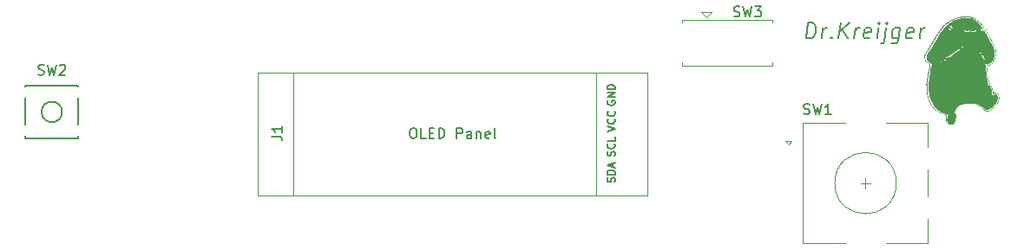
<source format=gto>
G04 #@! TF.GenerationSoftware,KiCad,Pcbnew,(6.0.8)*
G04 #@! TF.CreationDate,2022-10-30T18:54:34+01:00*
G04 #@! TF.ProjectId,Project-macropad-V2,50726f6a-6563-4742-9d6d-6163726f7061,rev?*
G04 #@! TF.SameCoordinates,Original*
G04 #@! TF.FileFunction,Legend,Top*
G04 #@! TF.FilePolarity,Positive*
%FSLAX46Y46*%
G04 Gerber Fmt 4.6, Leading zero omitted, Abs format (unit mm)*
G04 Created by KiCad (PCBNEW (6.0.8)) date 2022-10-30 18:54:34*
%MOMM*%
%LPD*%
G01*
G04 APERTURE LIST*
%ADD10C,0.150000*%
%ADD11C,0.300000*%
%ADD12C,0.040000*%
%ADD13C,0.120000*%
%ADD14C,1.750000*%
%ADD15C,3.987800*%
%ADD16R,1.600000X1.600000*%
%ADD17O,1.600000X1.600000*%
%ADD18R,1.700000X1.700000*%
%ADD19O,1.700000X1.700000*%
%ADD20C,3.048000*%
%ADD21R,2.000000X2.000000*%
%ADD22C,2.000000*%
%ADD23C,3.200000*%
%ADD24O,1.500000X2.500000*%
%ADD25R,1.500000X2.500000*%
%ADD26O,2.200000X3.500000*%
%ADD27C,1.600000*%
%ADD28R,1.800000X1.100000*%
G04 APERTURE END LIST*
D10*
X191045147Y-26089428D02*
X191235647Y-24565428D01*
X191598504Y-24565428D01*
X191807147Y-24638000D01*
X191934147Y-24783142D01*
X191988576Y-24928285D01*
X192024861Y-25218571D01*
X191997647Y-25436285D01*
X191888790Y-25726571D01*
X191798076Y-25871714D01*
X191634790Y-26016857D01*
X191408004Y-26089428D01*
X191045147Y-26089428D01*
X192569147Y-26089428D02*
X192696147Y-25073428D01*
X192659861Y-25363714D02*
X192750576Y-25218571D01*
X192832218Y-25146000D01*
X192986433Y-25073428D01*
X193131576Y-25073428D01*
X193530718Y-25944285D02*
X193594218Y-26016857D01*
X193512576Y-26089428D01*
X193449076Y-26016857D01*
X193530718Y-25944285D01*
X193512576Y-26089428D01*
X194238290Y-26089428D02*
X194428790Y-24565428D01*
X195109147Y-26089428D02*
X194564861Y-25218571D01*
X195299647Y-24565428D02*
X194319933Y-25436285D01*
X195762290Y-26089428D02*
X195889290Y-25073428D01*
X195853004Y-25363714D02*
X195943718Y-25218571D01*
X196025361Y-25146000D01*
X196179576Y-25073428D01*
X196324718Y-25073428D01*
X197295361Y-26016857D02*
X197141147Y-26089428D01*
X196850861Y-26089428D01*
X196714790Y-26016857D01*
X196660361Y-25871714D01*
X196732933Y-25291142D01*
X196823647Y-25146000D01*
X196977861Y-25073428D01*
X197268147Y-25073428D01*
X197404218Y-25146000D01*
X197458647Y-25291142D01*
X197440504Y-25436285D01*
X196696647Y-25581428D01*
X198012004Y-26089428D02*
X198139004Y-25073428D01*
X198202504Y-24565428D02*
X198120861Y-24638000D01*
X198184361Y-24710571D01*
X198266004Y-24638000D01*
X198202504Y-24565428D01*
X198184361Y-24710571D01*
X198864718Y-25073428D02*
X198701433Y-26379714D01*
X198610718Y-26524857D01*
X198456504Y-26597428D01*
X198383933Y-26597428D01*
X198928218Y-24565428D02*
X198846576Y-24638000D01*
X198910076Y-24710571D01*
X198991718Y-24638000D01*
X198928218Y-24565428D01*
X198910076Y-24710571D01*
X200243576Y-25073428D02*
X200089361Y-26307142D01*
X199998647Y-26452285D01*
X199917004Y-26524857D01*
X199762790Y-26597428D01*
X199545076Y-26597428D01*
X199409004Y-26524857D01*
X200125647Y-26016857D02*
X199971433Y-26089428D01*
X199681147Y-26089428D01*
X199545076Y-26016857D01*
X199481576Y-25944285D01*
X199427147Y-25799142D01*
X199481576Y-25363714D01*
X199572290Y-25218571D01*
X199653933Y-25146000D01*
X199808147Y-25073428D01*
X200098433Y-25073428D01*
X200234504Y-25146000D01*
X201431933Y-26016857D02*
X201277718Y-26089428D01*
X200987433Y-26089428D01*
X200851361Y-26016857D01*
X200796933Y-25871714D01*
X200869504Y-25291142D01*
X200960218Y-25146000D01*
X201114433Y-25073428D01*
X201404718Y-25073428D01*
X201540790Y-25146000D01*
X201595218Y-25291142D01*
X201577076Y-25436285D01*
X200833218Y-25581428D01*
X202148576Y-26089428D02*
X202275576Y-25073428D01*
X202239290Y-25363714D02*
X202330004Y-25218571D01*
X202411647Y-25146000D01*
X202565861Y-25073428D01*
X202711004Y-25073428D01*
D11*
G04 #@! TO.C,G\u002A\u002A\u002A*
X204238678Y-28606750D02*
X204093535Y-28534178D01*
X203875821Y-28534178D01*
X203658107Y-28606750D01*
X203512964Y-28751892D01*
X203440392Y-28897035D01*
X203367821Y-29187321D01*
X203367821Y-29405035D01*
X203440392Y-29695321D01*
X203512964Y-29840464D01*
X203658107Y-29985607D01*
X203875821Y-30058178D01*
X204020964Y-30058178D01*
X204238678Y-29985607D01*
X204311250Y-29913035D01*
X204311250Y-29405035D01*
X204020964Y-29405035D01*
X205182107Y-28534178D02*
X205182107Y-28897035D01*
X204819250Y-28751892D02*
X205182107Y-28897035D01*
X205544964Y-28751892D01*
X204964392Y-29187321D02*
X205182107Y-28897035D01*
X205399821Y-29187321D01*
X206343250Y-28534178D02*
X206343250Y-28897035D01*
X205980392Y-28751892D02*
X206343250Y-28897035D01*
X206706107Y-28751892D01*
X206125535Y-29187321D02*
X206343250Y-28897035D01*
X206560964Y-29187321D01*
X207504392Y-28534178D02*
X207504392Y-28897035D01*
X207141535Y-28751892D02*
X207504392Y-28897035D01*
X207867250Y-28751892D01*
X207286678Y-29187321D02*
X207504392Y-28897035D01*
X207722107Y-29187321D01*
D10*
G04 #@! TO.C,J1*
X138931380Y-35664333D02*
X139645666Y-35664333D01*
X139788523Y-35711952D01*
X139883761Y-35807190D01*
X139931380Y-35950047D01*
X139931380Y-36045285D01*
X139931380Y-34664333D02*
X139931380Y-35235761D01*
X139931380Y-34950047D02*
X138931380Y-34950047D01*
X139074238Y-35045285D01*
X139169476Y-35140523D01*
X139217095Y-35235761D01*
X171704000Y-32182428D02*
X171668285Y-32253857D01*
X171668285Y-32361000D01*
X171704000Y-32468142D01*
X171775428Y-32539571D01*
X171846857Y-32575285D01*
X171989714Y-32611000D01*
X172096857Y-32611000D01*
X172239714Y-32575285D01*
X172311142Y-32539571D01*
X172382571Y-32468142D01*
X172418285Y-32361000D01*
X172418285Y-32289571D01*
X172382571Y-32182428D01*
X172346857Y-32146714D01*
X172096857Y-32146714D01*
X172096857Y-32289571D01*
X172418285Y-31825285D02*
X171668285Y-31825285D01*
X172418285Y-31396714D01*
X171668285Y-31396714D01*
X172418285Y-31039571D02*
X171668285Y-31039571D01*
X171668285Y-30861000D01*
X171704000Y-30753857D01*
X171775428Y-30682428D01*
X171846857Y-30646714D01*
X171989714Y-30611000D01*
X172096857Y-30611000D01*
X172239714Y-30646714D01*
X172311142Y-30682428D01*
X172382571Y-30753857D01*
X172418285Y-30861000D01*
X172418285Y-31039571D01*
X172382571Y-40141714D02*
X172418285Y-40034571D01*
X172418285Y-39856000D01*
X172382571Y-39784571D01*
X172346857Y-39748857D01*
X172275428Y-39713142D01*
X172204000Y-39713142D01*
X172132571Y-39748857D01*
X172096857Y-39784571D01*
X172061142Y-39856000D01*
X172025428Y-39998857D01*
X171989714Y-40070285D01*
X171954000Y-40106000D01*
X171882571Y-40141714D01*
X171811142Y-40141714D01*
X171739714Y-40106000D01*
X171704000Y-40070285D01*
X171668285Y-39998857D01*
X171668285Y-39820285D01*
X171704000Y-39713142D01*
X172418285Y-39391714D02*
X171668285Y-39391714D01*
X171668285Y-39213142D01*
X171704000Y-39106000D01*
X171775428Y-39034571D01*
X171846857Y-38998857D01*
X171989714Y-38963142D01*
X172096857Y-38963142D01*
X172239714Y-38998857D01*
X172311142Y-39034571D01*
X172382571Y-39106000D01*
X172418285Y-39213142D01*
X172418285Y-39391714D01*
X172204000Y-38677428D02*
X172204000Y-38320285D01*
X172418285Y-38748857D02*
X171668285Y-38498857D01*
X172418285Y-38248857D01*
X152650428Y-34873380D02*
X152840904Y-34873380D01*
X152936142Y-34921000D01*
X153031380Y-35016238D01*
X153079000Y-35206714D01*
X153079000Y-35540047D01*
X153031380Y-35730523D01*
X152936142Y-35825761D01*
X152840904Y-35873380D01*
X152650428Y-35873380D01*
X152555190Y-35825761D01*
X152459952Y-35730523D01*
X152412333Y-35540047D01*
X152412333Y-35206714D01*
X152459952Y-35016238D01*
X152555190Y-34921000D01*
X152650428Y-34873380D01*
X153983761Y-35873380D02*
X153507571Y-35873380D01*
X153507571Y-34873380D01*
X154317095Y-35349571D02*
X154650428Y-35349571D01*
X154793285Y-35873380D02*
X154317095Y-35873380D01*
X154317095Y-34873380D01*
X154793285Y-34873380D01*
X155221857Y-35873380D02*
X155221857Y-34873380D01*
X155459952Y-34873380D01*
X155602809Y-34921000D01*
X155698047Y-35016238D01*
X155745666Y-35111476D01*
X155793285Y-35301952D01*
X155793285Y-35444809D01*
X155745666Y-35635285D01*
X155698047Y-35730523D01*
X155602809Y-35825761D01*
X155459952Y-35873380D01*
X155221857Y-35873380D01*
X156983761Y-35873380D02*
X156983761Y-34873380D01*
X157364714Y-34873380D01*
X157459952Y-34921000D01*
X157507571Y-34968619D01*
X157555190Y-35063857D01*
X157555190Y-35206714D01*
X157507571Y-35301952D01*
X157459952Y-35349571D01*
X157364714Y-35397190D01*
X156983761Y-35397190D01*
X158412333Y-35873380D02*
X158412333Y-35349571D01*
X158364714Y-35254333D01*
X158269476Y-35206714D01*
X158079000Y-35206714D01*
X157983761Y-35254333D01*
X158412333Y-35825761D02*
X158317095Y-35873380D01*
X158079000Y-35873380D01*
X157983761Y-35825761D01*
X157936142Y-35730523D01*
X157936142Y-35635285D01*
X157983761Y-35540047D01*
X158079000Y-35492428D01*
X158317095Y-35492428D01*
X158412333Y-35444809D01*
X158888523Y-35206714D02*
X158888523Y-35873380D01*
X158888523Y-35301952D02*
X158936142Y-35254333D01*
X159031380Y-35206714D01*
X159174238Y-35206714D01*
X159269476Y-35254333D01*
X159317095Y-35349571D01*
X159317095Y-35873380D01*
X160174238Y-35825761D02*
X160079000Y-35873380D01*
X159888523Y-35873380D01*
X159793285Y-35825761D01*
X159745666Y-35730523D01*
X159745666Y-35349571D01*
X159793285Y-35254333D01*
X159888523Y-35206714D01*
X160079000Y-35206714D01*
X160174238Y-35254333D01*
X160221857Y-35349571D01*
X160221857Y-35444809D01*
X159745666Y-35540047D01*
X160793285Y-35873380D02*
X160698047Y-35825761D01*
X160650428Y-35730523D01*
X160650428Y-34873380D01*
X172382571Y-37583857D02*
X172418285Y-37476714D01*
X172418285Y-37298142D01*
X172382571Y-37226714D01*
X172346857Y-37191000D01*
X172275428Y-37155285D01*
X172204000Y-37155285D01*
X172132571Y-37191000D01*
X172096857Y-37226714D01*
X172061142Y-37298142D01*
X172025428Y-37441000D01*
X171989714Y-37512428D01*
X171954000Y-37548142D01*
X171882571Y-37583857D01*
X171811142Y-37583857D01*
X171739714Y-37548142D01*
X171704000Y-37512428D01*
X171668285Y-37441000D01*
X171668285Y-37262428D01*
X171704000Y-37155285D01*
X172346857Y-36405285D02*
X172382571Y-36441000D01*
X172418285Y-36548142D01*
X172418285Y-36619571D01*
X172382571Y-36726714D01*
X172311142Y-36798142D01*
X172239714Y-36833857D01*
X172096857Y-36869571D01*
X171989714Y-36869571D01*
X171846857Y-36833857D01*
X171775428Y-36798142D01*
X171704000Y-36726714D01*
X171668285Y-36619571D01*
X171668285Y-36548142D01*
X171704000Y-36441000D01*
X171739714Y-36405285D01*
X172418285Y-35726714D02*
X172418285Y-36083857D01*
X171668285Y-36083857D01*
X171668285Y-35151000D02*
X172418285Y-34901000D01*
X171668285Y-34651000D01*
X172346857Y-33972428D02*
X172382571Y-34008142D01*
X172418285Y-34115285D01*
X172418285Y-34186714D01*
X172382571Y-34293857D01*
X172311142Y-34365285D01*
X172239714Y-34401000D01*
X172096857Y-34436714D01*
X171989714Y-34436714D01*
X171846857Y-34401000D01*
X171775428Y-34365285D01*
X171704000Y-34293857D01*
X171668285Y-34186714D01*
X171668285Y-34115285D01*
X171704000Y-34008142D01*
X171739714Y-33972428D01*
X172346857Y-33222428D02*
X172382571Y-33258142D01*
X172418285Y-33365285D01*
X172418285Y-33436714D01*
X172382571Y-33543857D01*
X172311142Y-33615285D01*
X172239714Y-33651000D01*
X172096857Y-33686714D01*
X171989714Y-33686714D01*
X171846857Y-33651000D01*
X171775428Y-33615285D01*
X171704000Y-33543857D01*
X171668285Y-33436714D01*
X171668285Y-33365285D01*
X171704000Y-33258142D01*
X171739714Y-33222428D01*
G04 #@! TO.C,SW1*
X190833464Y-33452809D02*
X190976321Y-33500428D01*
X191214417Y-33500428D01*
X191309655Y-33452809D01*
X191357274Y-33405190D01*
X191404893Y-33309952D01*
X191404893Y-33214714D01*
X191357274Y-33119476D01*
X191309655Y-33071857D01*
X191214417Y-33024238D01*
X191023940Y-32976619D01*
X190928702Y-32929000D01*
X190881083Y-32881381D01*
X190833464Y-32786143D01*
X190833464Y-32690905D01*
X190881083Y-32595667D01*
X190928702Y-32548048D01*
X191023940Y-32500428D01*
X191262036Y-32500428D01*
X191404893Y-32548048D01*
X191738226Y-32500428D02*
X191976321Y-33500428D01*
X192166798Y-32786143D01*
X192357274Y-33500428D01*
X192595369Y-32500428D01*
X193500131Y-33500428D02*
X192928702Y-33500428D01*
X193214417Y-33500428D02*
X193214417Y-32500428D01*
X193119178Y-32643286D01*
X193023940Y-32738524D01*
X192928702Y-32786143D01*
G04 #@! TO.C,SW3*
X184012916Y-23906011D02*
X184155773Y-23953630D01*
X184393869Y-23953630D01*
X184489107Y-23906011D01*
X184536726Y-23858392D01*
X184584345Y-23763154D01*
X184584345Y-23667916D01*
X184536726Y-23572678D01*
X184489107Y-23525059D01*
X184393869Y-23477440D01*
X184203392Y-23429821D01*
X184108154Y-23382202D01*
X184060535Y-23334583D01*
X184012916Y-23239345D01*
X184012916Y-23144107D01*
X184060535Y-23048869D01*
X184108154Y-23001250D01*
X184203392Y-22953630D01*
X184441488Y-22953630D01*
X184584345Y-23001250D01*
X184917678Y-22953630D02*
X185155773Y-23953630D01*
X185346250Y-23239345D01*
X185536726Y-23953630D01*
X185774821Y-22953630D01*
X186060535Y-22953630D02*
X186679583Y-22953630D01*
X186346250Y-23334583D01*
X186489107Y-23334583D01*
X186584345Y-23382202D01*
X186631964Y-23429821D01*
X186679583Y-23525059D01*
X186679583Y-23763154D01*
X186631964Y-23858392D01*
X186584345Y-23906011D01*
X186489107Y-23953630D01*
X186203392Y-23953630D01*
X186108154Y-23906011D01*
X186060535Y-23858392D01*
G04 #@! TO.C,SW2*
X116141666Y-29614761D02*
X116284523Y-29662380D01*
X116522619Y-29662380D01*
X116617857Y-29614761D01*
X116665476Y-29567142D01*
X116713095Y-29471904D01*
X116713095Y-29376666D01*
X116665476Y-29281428D01*
X116617857Y-29233809D01*
X116522619Y-29186190D01*
X116332142Y-29138571D01*
X116236904Y-29090952D01*
X116189285Y-29043333D01*
X116141666Y-28948095D01*
X116141666Y-28852857D01*
X116189285Y-28757619D01*
X116236904Y-28710000D01*
X116332142Y-28662380D01*
X116570238Y-28662380D01*
X116713095Y-28710000D01*
X117046428Y-28662380D02*
X117284523Y-29662380D01*
X117475000Y-28948095D01*
X117665476Y-29662380D01*
X117903571Y-28662380D01*
X118236904Y-28757619D02*
X118284523Y-28710000D01*
X118379761Y-28662380D01*
X118617857Y-28662380D01*
X118713095Y-28710000D01*
X118760714Y-28757619D01*
X118808333Y-28852857D01*
X118808333Y-28948095D01*
X118760714Y-29090952D01*
X118189285Y-29662380D01*
X118808333Y-29662380D01*
G04 #@! TO.C,G\u002A\u002A\u002A*
G36*
X205228999Y-34643010D02*
G01*
X205234110Y-34645984D01*
X205217470Y-34647901D01*
X205193900Y-34648317D01*
X205165084Y-34647367D01*
X205156656Y-34645091D01*
X205165499Y-34642836D01*
X205203058Y-34640747D01*
X205228999Y-34643010D01*
G37*
G36*
X205075032Y-34620884D02*
G01*
X205085950Y-34626550D01*
X205098592Y-34636446D01*
X205089126Y-34638840D01*
X205085950Y-34638861D01*
X205058767Y-34632215D01*
X205047850Y-34626550D01*
X205035207Y-34616653D01*
X205044673Y-34614259D01*
X205047850Y-34614238D01*
X205075032Y-34620884D01*
G37*
G36*
X205311110Y-34631577D02*
G01*
X205307322Y-34637349D01*
X205294441Y-34638247D01*
X205280890Y-34635145D01*
X205286768Y-34630574D01*
X205306617Y-34629060D01*
X205311110Y-34631577D01*
G37*
G36*
X205386516Y-34605383D02*
G01*
X205384773Y-34612933D01*
X205378050Y-34613850D01*
X205367596Y-34609203D01*
X205369583Y-34605383D01*
X205384655Y-34603863D01*
X205386516Y-34605383D01*
G37*
G36*
X205022450Y-34594800D02*
G01*
X205016100Y-34601150D01*
X205009750Y-34594800D01*
X205016100Y-34588450D01*
X205022450Y-34594800D01*
G37*
G36*
X205589715Y-34503782D02*
G01*
X205587647Y-34516604D01*
X205567879Y-34535250D01*
X205536366Y-34556290D01*
X205499062Y-34576291D01*
X205461921Y-34591825D01*
X205430897Y-34599459D01*
X205423289Y-34599676D01*
X205404798Y-34598105D01*
X205411383Y-34595155D01*
X205422500Y-34592672D01*
X205490968Y-34566092D01*
X205546192Y-34526482D01*
X205570822Y-34508215D01*
X205587764Y-34502764D01*
X205589715Y-34503782D01*
G37*
G36*
X204857185Y-34436050D02*
G01*
X204892576Y-34474851D01*
X204930126Y-34514404D01*
X204937284Y-34521710D01*
X204958104Y-34545748D01*
X204965356Y-34560631D01*
X204962548Y-34562985D01*
X204945186Y-34554644D01*
X204918284Y-34533338D01*
X204902445Y-34518398D01*
X204870872Y-34482377D01*
X204844497Y-34444826D01*
X204837798Y-34432673D01*
X204817802Y-34391600D01*
X204857185Y-34436050D01*
G37*
G36*
X203040854Y-30410150D02*
G01*
X203047487Y-30346417D01*
X203052810Y-30288169D01*
X207588064Y-30288169D01*
X207589562Y-30332234D01*
X207593650Y-30372852D01*
X207600207Y-30402859D01*
X207603725Y-30410666D01*
X207612207Y-30421158D01*
X207617563Y-30416695D01*
X207620941Y-30393763D01*
X207623421Y-30350434D01*
X207624347Y-30301828D01*
X207622983Y-30259889D01*
X207620004Y-30235790D01*
X207609764Y-30213409D01*
X207600308Y-30206950D01*
X207593316Y-30218362D01*
X207589275Y-30247824D01*
X207588064Y-30288169D01*
X203052810Y-30288169D01*
X203054619Y-30268377D01*
X203061281Y-30187078D01*
X203065450Y-30129663D01*
X203070658Y-30066294D01*
X203076984Y-30010367D01*
X203080005Y-29991050D01*
X207549750Y-29991050D01*
X207554396Y-30001503D01*
X207558216Y-29999516D01*
X207559736Y-29984444D01*
X207558216Y-29982583D01*
X207550666Y-29984326D01*
X207549750Y-29991050D01*
X203080005Y-29991050D01*
X203083647Y-29967762D01*
X203089866Y-29944358D01*
X203090146Y-29943806D01*
X203096852Y-29921949D01*
X207537050Y-29921949D01*
X207540744Y-29943473D01*
X207548557Y-29947336D01*
X207555128Y-29930910D01*
X207553426Y-29914837D01*
X207545122Y-29892507D01*
X207539268Y-29895031D01*
X207537050Y-29921895D01*
X207537050Y-29921949D01*
X203096852Y-29921949D01*
X203097364Y-29920280D01*
X203105334Y-29878417D01*
X203112842Y-29825203D01*
X203114159Y-29813250D01*
X207539055Y-29813250D01*
X207541051Y-29831279D01*
X207545460Y-29829125D01*
X207547138Y-29803123D01*
X207545460Y-29797375D01*
X207540825Y-29795779D01*
X207539055Y-29813250D01*
X203114159Y-29813250D01*
X203116447Y-29792492D01*
X203122354Y-29741501D01*
X203131092Y-29677241D01*
X203141837Y-29604724D01*
X203153764Y-29528964D01*
X203166048Y-29454975D01*
X203177864Y-29387768D01*
X203188387Y-29332357D01*
X203196792Y-29293756D01*
X203200806Y-29279850D01*
X203208455Y-29254221D01*
X203219364Y-29210554D01*
X203232266Y-29154765D01*
X203245898Y-29092769D01*
X203258992Y-29030479D01*
X203270284Y-28973812D01*
X203278509Y-28928681D01*
X203282400Y-28901002D01*
X203282550Y-28897762D01*
X203286691Y-28860148D01*
X203294629Y-28827720D01*
X203305683Y-28791202D01*
X203317953Y-28746802D01*
X203320670Y-28736360D01*
X203338444Y-28692016D01*
X203365052Y-28667975D01*
X203366236Y-28667421D01*
X203388252Y-28650746D01*
X203394170Y-28634108D01*
X203380050Y-28619177D01*
X203351815Y-28612324D01*
X203319935Y-28615249D01*
X203307535Y-28620028D01*
X203284858Y-28622946D01*
X203252897Y-28618105D01*
X203221102Y-28608193D01*
X203205160Y-28599356D01*
X203539189Y-28599356D01*
X203547723Y-28621381D01*
X203572179Y-28632072D01*
X203574864Y-28632150D01*
X203602296Y-28626743D01*
X203639694Y-28613172D01*
X203653848Y-28606750D01*
X203688512Y-28591412D01*
X203714580Y-28582374D01*
X203720708Y-28581350D01*
X203739498Y-28576222D01*
X203772414Y-28563056D01*
X203797698Y-28551579D01*
X203848491Y-28529514D01*
X203905597Y-28507601D01*
X203930250Y-28499136D01*
X203978348Y-28483117D01*
X204024245Y-28467178D01*
X204044550Y-28459793D01*
X204082705Y-28446237D01*
X204115559Y-28435749D01*
X204117575Y-28435179D01*
X204139770Y-28425020D01*
X204146150Y-28416510D01*
X204157345Y-28407876D01*
X204185286Y-28399429D01*
X204196218Y-28397323D01*
X204232201Y-28387532D01*
X204258017Y-28373983D01*
X204261273Y-28370807D01*
X204283157Y-28355217D01*
X204294260Y-28352750D01*
X204316475Y-28347330D01*
X204349518Y-28333844D01*
X204359380Y-28329074D01*
X204400748Y-28311829D01*
X204451135Y-28295469D01*
X204473175Y-28289707D01*
X204510121Y-28279318D01*
X204534333Y-28269262D01*
X204539850Y-28263977D01*
X204550899Y-28255102D01*
X204579950Y-28241255D01*
X204620860Y-28225343D01*
X204623398Y-28224442D01*
X204667195Y-28206452D01*
X204701592Y-28187681D01*
X204719095Y-28172248D01*
X204740622Y-28153732D01*
X204758689Y-28149550D01*
X204788358Y-28141346D01*
X204826409Y-28120758D01*
X204863733Y-28093819D01*
X204891222Y-28066562D01*
X204896846Y-28058041D01*
X204911116Y-28041910D01*
X204920048Y-28041104D01*
X204935687Y-28038250D01*
X204946366Y-28028760D01*
X204963992Y-28012910D01*
X204971861Y-28009850D01*
X204986375Y-28001894D01*
X205011247Y-27981897D01*
X205022132Y-27972046D01*
X205054563Y-27945625D01*
X205099021Y-27914196D01*
X205118727Y-27901689D01*
X206987814Y-27901689D01*
X206988112Y-27957691D01*
X206988949Y-28024076D01*
X206990225Y-28096295D01*
X206991842Y-28169796D01*
X206993701Y-28240030D01*
X206995703Y-28302446D01*
X206997749Y-28352495D01*
X206999741Y-28385626D01*
X207001341Y-28397130D01*
X207009399Y-28399468D01*
X207015591Y-28377632D01*
X207019844Y-28332785D01*
X207022086Y-28266089D01*
X207022245Y-28178707D01*
X207020655Y-28087703D01*
X207018204Y-28012318D01*
X207014897Y-27945543D01*
X207011035Y-27891588D01*
X207006917Y-27854665D01*
X207002897Y-27839035D01*
X206991210Y-27834255D01*
X206989226Y-27839035D01*
X206988152Y-27860620D01*
X206987814Y-27901689D01*
X205118727Y-27901689D01*
X205140950Y-27887584D01*
X205186924Y-27858456D01*
X205229605Y-27828472D01*
X205257400Y-27806138D01*
X205288684Y-27781530D01*
X205317419Y-27765064D01*
X205322041Y-27763390D01*
X205347828Y-27746554D01*
X205365462Y-27723889D01*
X205380898Y-27700936D01*
X205392318Y-27692350D01*
X205407629Y-27684479D01*
X205431249Y-27665374D01*
X205432983Y-27663775D01*
X205465854Y-27633385D01*
X205484771Y-27616066D01*
X205806276Y-27616066D01*
X205810280Y-27621361D01*
X205831489Y-27615559D01*
X205846764Y-27610218D01*
X205880595Y-27592426D01*
X205921800Y-27562636D01*
X205956609Y-27531858D01*
X205996445Y-27495960D01*
X206037134Y-27464483D01*
X206065513Y-27446689D01*
X206099323Y-27424759D01*
X206124048Y-27400442D01*
X206127008Y-27395889D01*
X206144134Y-27375348D01*
X206175669Y-27345582D01*
X206215471Y-27312297D01*
X206224816Y-27305000D01*
X206266279Y-27270533D01*
X206301270Y-27236893D01*
X206323315Y-27210405D01*
X206325573Y-27206575D01*
X206344128Y-27181915D01*
X206363013Y-27171650D01*
X206363024Y-27171650D01*
X206383286Y-27161279D01*
X206390485Y-27149920D01*
X206402588Y-27132243D01*
X206424994Y-27105984D01*
X207451189Y-27105984D01*
X207454260Y-27130375D01*
X207460005Y-27163015D01*
X207465685Y-27211565D01*
X207470356Y-27266548D01*
X207473078Y-27318489D01*
X207473121Y-27319967D01*
X207481686Y-27341141D01*
X207490158Y-27351717D01*
X207506989Y-27380203D01*
X207523656Y-27428233D01*
X207539191Y-27489968D01*
X207552630Y-27559564D01*
X207563005Y-27631179D01*
X207569351Y-27698973D01*
X207570701Y-27757103D01*
X207566090Y-27799726D01*
X207564956Y-27803982D01*
X207560874Y-27829273D01*
X207556842Y-27874750D01*
X207552986Y-27936085D01*
X207549431Y-28008948D01*
X207546304Y-28089009D01*
X207543729Y-28171939D01*
X207541832Y-28253410D01*
X207540741Y-28329090D01*
X207540579Y-28394650D01*
X207541473Y-28445762D01*
X207543549Y-28478095D01*
X207545141Y-28486057D01*
X207554682Y-28499632D01*
X207563147Y-28487927D01*
X207570508Y-28451040D01*
X207576740Y-28389069D01*
X207578944Y-28356728D01*
X207583569Y-28302001D01*
X207589862Y-28254751D01*
X207596751Y-28222325D01*
X207599673Y-28214688D01*
X207604537Y-28192467D01*
X207608432Y-28147247D01*
X207611245Y-28081412D01*
X207612865Y-27997349D01*
X207613230Y-27924959D01*
X207612708Y-27824306D01*
X207610912Y-27743407D01*
X207607472Y-27676632D01*
X207602020Y-27618350D01*
X207595085Y-27569284D01*
X207905350Y-27569284D01*
X207914502Y-27601019D01*
X207930030Y-27621848D01*
X207951530Y-27651398D01*
X207962596Y-27680089D01*
X207974421Y-27711733D01*
X207988380Y-27730848D01*
X208002957Y-27753045D01*
X208013940Y-27786653D01*
X208014377Y-27788876D01*
X208022714Y-27818177D01*
X208032493Y-27833211D01*
X208033763Y-27833637D01*
X208056417Y-27836391D01*
X208060925Y-27836873D01*
X208073933Y-27848964D01*
X208076917Y-27863861D01*
X208088763Y-27908002D01*
X208123360Y-27959968D01*
X208140528Y-27979546D01*
X208161601Y-28007323D01*
X208171858Y-28030736D01*
X208172050Y-28033094D01*
X208178534Y-28060561D01*
X208195260Y-28100717D01*
X208218133Y-28145286D01*
X208243061Y-28185988D01*
X208256797Y-28204499D01*
X208276367Y-28231518D01*
X208286108Y-28251326D01*
X208286350Y-28253263D01*
X208294118Y-28268558D01*
X208311988Y-28286692D01*
X208331812Y-28300995D01*
X208345439Y-28304796D01*
X208347072Y-28302968D01*
X208344503Y-28286591D01*
X208333998Y-28255541D01*
X208325299Y-28234081D01*
X208308861Y-28200317D01*
X208294663Y-28178911D01*
X208289052Y-28174950D01*
X208277963Y-28164432D01*
X208261293Y-28137455D01*
X208249715Y-28114625D01*
X208231126Y-28076266D01*
X208215328Y-28045497D01*
X208209554Y-28035250D01*
X208196373Y-28010787D01*
X208180298Y-27977270D01*
X208179239Y-27974929D01*
X208158571Y-27936576D01*
X208132167Y-27896432D01*
X208128250Y-27891181D01*
X208107997Y-27861687D01*
X208096698Y-27839521D01*
X208095850Y-27835384D01*
X208085749Y-27819521D01*
X208077997Y-27815216D01*
X208062892Y-27798963D01*
X208051604Y-27769481D01*
X208051588Y-27769408D01*
X208042362Y-27742382D01*
X208031786Y-27730477D01*
X208031340Y-27730450D01*
X208021839Y-27719804D01*
X208019650Y-27705050D01*
X208011018Y-27676806D01*
X207996088Y-27656088D01*
X207974373Y-27624831D01*
X207964188Y-27599304D01*
X207948763Y-27569039D01*
X207930600Y-27552569D01*
X207911751Y-27545904D01*
X207905688Y-27558247D01*
X207905350Y-27569284D01*
X207595085Y-27569284D01*
X207594187Y-27562931D01*
X207586724Y-27520900D01*
X207575196Y-27463550D01*
X207564253Y-27415187D01*
X207555785Y-27383465D01*
X207805655Y-27383465D01*
X207806958Y-27405989D01*
X207823314Y-27437432D01*
X207835500Y-27453366D01*
X207856495Y-27483272D01*
X207867653Y-27508752D01*
X207868142Y-27512349D01*
X207870247Y-27525099D01*
X207876468Y-27514553D01*
X207878468Y-27509564D01*
X207879072Y-27479724D01*
X207865315Y-27436631D01*
X207862443Y-27430189D01*
X207844321Y-27397716D01*
X207827078Y-27377809D01*
X207820367Y-27374850D01*
X207805655Y-27383465D01*
X207555785Y-27383465D01*
X207555246Y-27381444D01*
X207550148Y-27368500D01*
X207541639Y-27348054D01*
X207534344Y-27315131D01*
X207533780Y-27311350D01*
X207526232Y-27275193D01*
X207514836Y-27235150D01*
X207702150Y-27235150D01*
X207706796Y-27245603D01*
X207710616Y-27243616D01*
X207712136Y-27228544D01*
X207710616Y-27226683D01*
X207703066Y-27228426D01*
X207702150Y-27235150D01*
X207514836Y-27235150D01*
X207513541Y-27230601D01*
X207498007Y-27183973D01*
X207482246Y-27142548D01*
X207656516Y-27142548D01*
X207658242Y-27147127D01*
X207670502Y-27158388D01*
X207676501Y-27145562D01*
X207676750Y-27139150D01*
X207670501Y-27126070D01*
X207663842Y-27127328D01*
X207656516Y-27142548D01*
X207482246Y-27142548D01*
X207481927Y-27141710D01*
X207469550Y-27114500D01*
X207765650Y-27114500D01*
X207772000Y-27120850D01*
X207778350Y-27114500D01*
X207772000Y-27108150D01*
X207765650Y-27114500D01*
X207469550Y-27114500D01*
X207467600Y-27110212D01*
X207457325Y-27095880D01*
X207456298Y-27095606D01*
X207451189Y-27105984D01*
X206424994Y-27105984D01*
X206428695Y-27101647D01*
X206452086Y-27076400D01*
X207740250Y-27076400D01*
X207746600Y-27082750D01*
X207752950Y-27076400D01*
X207746600Y-27070050D01*
X207740250Y-27076400D01*
X206452086Y-27076400D01*
X206464588Y-27062906D01*
X206494323Y-27032445D01*
X206510174Y-27016075D01*
X207422944Y-27016075D01*
X207426227Y-27044164D01*
X207434485Y-27057231D01*
X207435450Y-27057350D01*
X207446124Y-27046878D01*
X207447955Y-27035125D01*
X207445381Y-27023927D01*
X207651065Y-27023927D01*
X207662255Y-27041046D01*
X207676750Y-27044650D01*
X207697396Y-27039976D01*
X207702150Y-27033505D01*
X207693819Y-27016501D01*
X207676296Y-27003113D01*
X207660786Y-27001547D01*
X207659706Y-27002426D01*
X207651065Y-27023927D01*
X207445381Y-27023927D01*
X207440957Y-27004684D01*
X207435450Y-26993850D01*
X207427017Y-26986426D01*
X207423382Y-27000679D01*
X207422944Y-27016075D01*
X206510174Y-27016075D01*
X206535792Y-26989617D01*
X206571621Y-26950318D01*
X206572388Y-26949400D01*
X207625950Y-26949400D01*
X207632300Y-26955750D01*
X207638650Y-26949400D01*
X207632300Y-26943050D01*
X207625950Y-26949400D01*
X206572388Y-26949400D01*
X206597124Y-26919813D01*
X206606236Y-26906673D01*
X206617793Y-26877424D01*
X206622584Y-26849175D01*
X206621286Y-26841450D01*
X207537050Y-26841450D01*
X207541696Y-26851903D01*
X207545516Y-26849916D01*
X207547036Y-26834844D01*
X207545516Y-26832983D01*
X207537966Y-26834726D01*
X207537050Y-26841450D01*
X206621286Y-26841450D01*
X206619549Y-26831110D01*
X206615220Y-26828750D01*
X206604277Y-26837426D01*
X206579099Y-26861319D01*
X206542939Y-26897227D01*
X206499050Y-26941946D01*
X206476509Y-26965275D01*
X206428620Y-27014911D01*
X206385613Y-27059179D01*
X206351206Y-27094275D01*
X206329115Y-27116396D01*
X206324463Y-27120850D01*
X206305959Y-27138231D01*
X206274925Y-27167784D01*
X206237100Y-27204034D01*
X206224557Y-27216100D01*
X206176643Y-27261432D01*
X206120030Y-27313815D01*
X206065162Y-27363608D01*
X206052573Y-27374850D01*
X206010769Y-27412104D01*
X205974881Y-27444243D01*
X205950025Y-27466676D01*
X205942847Y-27473275D01*
X205923237Y-27486902D01*
X205915490Y-27489150D01*
X205899694Y-27498286D01*
X205875151Y-27521213D01*
X205848093Y-27551207D01*
X205824751Y-27581546D01*
X205814741Y-27597845D01*
X205806276Y-27616066D01*
X205484771Y-27616066D01*
X205493885Y-27607722D01*
X205521025Y-27582612D01*
X205541245Y-27563272D01*
X205585576Y-27520805D01*
X205622601Y-27488058D01*
X205648557Y-27468230D01*
X205658225Y-27463750D01*
X205672989Y-27456321D01*
X205701145Y-27436854D01*
X205736331Y-27409775D01*
X205783512Y-27372730D01*
X205834334Y-27334129D01*
X205865333Y-27311350D01*
X205904610Y-27281739D01*
X205939552Y-27253086D01*
X205955689Y-27238325D01*
X205977613Y-27218465D01*
X205991377Y-27209766D01*
X205991644Y-27209750D01*
X206007234Y-27202954D01*
X206034384Y-27186039D01*
X206065766Y-27164218D01*
X206094053Y-27142700D01*
X206111914Y-27126697D01*
X206114650Y-27122288D01*
X206124738Y-27111019D01*
X206150312Y-27093252D01*
X206166333Y-27083779D01*
X206209181Y-27054582D01*
X206250342Y-27018777D01*
X206258193Y-27010580D01*
X206293385Y-26977141D01*
X206337316Y-26942158D01*
X206358909Y-26927200D01*
X206391844Y-26904287D01*
X206413832Y-26885978D01*
X206419450Y-26878266D01*
X206429902Y-26867147D01*
X206445130Y-26860410D01*
X206460643Y-26849613D01*
X206490544Y-26823970D01*
X206514028Y-26802600D01*
X207537050Y-26802600D01*
X207546269Y-26815533D01*
X207549750Y-26816050D01*
X207562119Y-26811716D01*
X207562450Y-26810449D01*
X207553550Y-26799606D01*
X207549750Y-26797000D01*
X207538047Y-26798006D01*
X207537050Y-26802600D01*
X206514028Y-26802600D01*
X206531429Y-26786765D01*
X206579897Y-26741281D01*
X206632544Y-26690802D01*
X206685967Y-26638610D01*
X206736764Y-26587989D01*
X206781532Y-26542222D01*
X206816868Y-26504593D01*
X206833361Y-26485821D01*
X206855618Y-26451187D01*
X206868700Y-26418488D01*
X206877478Y-26382877D01*
X206838964Y-26411351D01*
X206813708Y-26433201D01*
X206800425Y-26450866D01*
X206799864Y-26453313D01*
X206790612Y-26468625D01*
X206767510Y-26493358D01*
X206747994Y-26511250D01*
X206712496Y-26542844D01*
X206668154Y-26583449D01*
X206624393Y-26624431D01*
X206623215Y-26625550D01*
X206541411Y-26702628D01*
X206474680Y-26763782D01*
X206420304Y-26811212D01*
X206375561Y-26847116D01*
X206337729Y-26873694D01*
X206304089Y-26893147D01*
X206276575Y-26905798D01*
X206251625Y-26920436D01*
X206241563Y-26934767D01*
X206231632Y-26950486D01*
X206207693Y-26971553D01*
X206178333Y-26991710D01*
X206152138Y-27004698D01*
X206143070Y-27006550D01*
X206123849Y-27015962D01*
X206118456Y-27022425D01*
X206101829Y-27039355D01*
X206072270Y-27062729D01*
X206037253Y-27087380D01*
X206004254Y-27108142D01*
X205980747Y-27119847D01*
X205976048Y-27120850D01*
X205962842Y-27129875D01*
X205962250Y-27133550D01*
X205952061Y-27145035D01*
X205944515Y-27146250D01*
X205925966Y-27155161D01*
X205899932Y-27177630D01*
X205888600Y-27189735D01*
X205856126Y-27221893D01*
X205822405Y-27248284D01*
X205814260Y-27253265D01*
X205783422Y-27272073D01*
X205743973Y-27298447D01*
X205701462Y-27328365D01*
X205661435Y-27357804D01*
X205629440Y-27382743D01*
X205611025Y-27399159D01*
X205608766Y-27402262D01*
X205594777Y-27412883D01*
X205593528Y-27412950D01*
X205577141Y-27419781D01*
X205548259Y-27436842D01*
X205514602Y-27458979D01*
X205483888Y-27481040D01*
X205463838Y-27497875D01*
X205460786Y-27501548D01*
X205444433Y-27512174D01*
X205419179Y-27520237D01*
X205389283Y-27533480D01*
X205353472Y-27558252D01*
X205337622Y-27572014D01*
X205308533Y-27597389D01*
X205286018Y-27613347D01*
X205278852Y-27616150D01*
X205261545Y-27624875D01*
X205251050Y-27635200D01*
X205226834Y-27651462D01*
X205212950Y-27654250D01*
X205186370Y-27663410D01*
X205174724Y-27673450D01*
X205155718Y-27689054D01*
X205121580Y-27711109D01*
X205082034Y-27733561D01*
X205034466Y-27761644D01*
X204989362Y-27792763D01*
X204962336Y-27814972D01*
X204926768Y-27843369D01*
X204890193Y-27865007D01*
X204880414Y-27869061D01*
X204847037Y-27883659D01*
X204804535Y-27906047D01*
X204779884Y-27920521D01*
X204739672Y-27943251D01*
X204703178Y-27960543D01*
X204686762Y-27966318D01*
X204654178Y-27980736D01*
X204634911Y-28001214D01*
X204634593Y-28021725D01*
X204634756Y-28021993D01*
X204655265Y-28034327D01*
X204684633Y-28030620D01*
X204713162Y-28012176D01*
X204713980Y-28011329D01*
X204742341Y-27991919D01*
X204779229Y-27978293D01*
X204780091Y-27978105D01*
X204822804Y-27964292D01*
X204862641Y-27944923D01*
X204897327Y-27928532D01*
X204928574Y-27921043D01*
X204930375Y-27920997D01*
X204952662Y-27915230D01*
X204958950Y-27905710D01*
X204963230Y-27897576D01*
X204974825Y-27906722D01*
X204979915Y-27918854D01*
X204971477Y-27935637D01*
X204946758Y-27961240D01*
X204927200Y-27978858D01*
X204887575Y-28009466D01*
X204848409Y-28032849D01*
X204822425Y-28042759D01*
X204794415Y-28050824D01*
X204781286Y-28059775D01*
X204781150Y-28060602D01*
X204770675Y-28070935D01*
X204743879Y-28087859D01*
X204707702Y-28107771D01*
X204669084Y-28127062D01*
X204634967Y-28142126D01*
X204612290Y-28149358D01*
X204609963Y-28149550D01*
X204591072Y-28159716D01*
X204586547Y-28167321D01*
X204570912Y-28182278D01*
X204540567Y-28197302D01*
X204531214Y-28200571D01*
X204488136Y-28215578D01*
X204447900Y-28231497D01*
X204444600Y-28232940D01*
X204412194Y-28245916D01*
X204366455Y-28262579D01*
X204325553Y-28276554D01*
X204281124Y-28293001D01*
X204244960Y-28309582D01*
X204226221Y-28321664D01*
X204198765Y-28337256D01*
X204182683Y-28340050D01*
X204155471Y-28345665D01*
X204119494Y-28359591D01*
X204110566Y-28363916D01*
X204069198Y-28382720D01*
X204019734Y-28402260D01*
X204000100Y-28409206D01*
X203885204Y-28448390D01*
X203783946Y-28483779D01*
X203698298Y-28514641D01*
X203630232Y-28540247D01*
X203581719Y-28559866D01*
X203554733Y-28572768D01*
X203550688Y-28575608D01*
X203539189Y-28599356D01*
X203205160Y-28599356D01*
X203198922Y-28595898D01*
X203194141Y-28587767D01*
X203205213Y-28575557D01*
X203233004Y-28558139D01*
X203270353Y-28538956D01*
X203310097Y-28521452D01*
X203345076Y-28509072D01*
X203365926Y-28505150D01*
X203393802Y-28498990D01*
X203405171Y-28491748D01*
X203424959Y-28477420D01*
X203456156Y-28459637D01*
X203461686Y-28456823D01*
X203492542Y-28436727D01*
X203500533Y-28419869D01*
X203485140Y-28408316D01*
X203474480Y-28405963D01*
X203451236Y-28409055D01*
X203415063Y-28420882D01*
X203372585Y-28438378D01*
X203330428Y-28458476D01*
X203295216Y-28478111D01*
X203273574Y-28494216D01*
X203269850Y-28500665D01*
X203260864Y-28511800D01*
X203240249Y-28509890D01*
X203217517Y-28495968D01*
X203216381Y-28494861D01*
X203190918Y-28481451D01*
X203178966Y-28479750D01*
X203157744Y-28470426D01*
X203124567Y-28445081D01*
X203083191Y-28407649D01*
X203037372Y-28362068D01*
X202990866Y-28312274D01*
X202947429Y-28262202D01*
X202910817Y-28215790D01*
X202884786Y-28176973D01*
X202878228Y-28164564D01*
X202864972Y-28134847D01*
X202855760Y-28108211D01*
X202855132Y-28105100D01*
X204438250Y-28105100D01*
X204444600Y-28111450D01*
X204450950Y-28105100D01*
X204444600Y-28098750D01*
X204438250Y-28105100D01*
X202855132Y-28105100D01*
X202849901Y-28079180D01*
X202849309Y-28072355D01*
X204508100Y-28072355D01*
X204561325Y-28072852D01*
X204595956Y-28070680D01*
X204618424Y-28064643D01*
X204621577Y-28061980D01*
X204621061Y-28048614D01*
X204602895Y-28043130D01*
X204573797Y-28046244D01*
X204549641Y-28054303D01*
X204508100Y-28072355D01*
X202849309Y-28072355D01*
X202846702Y-28042279D01*
X202845473Y-27992033D01*
X202845523Y-27922964D01*
X202845626Y-27906353D01*
X202846479Y-27831759D01*
X202848323Y-27777415D01*
X202851796Y-27738174D01*
X202857534Y-27708888D01*
X202866174Y-27684410D01*
X202875489Y-27665053D01*
X202897750Y-27626980D01*
X202920393Y-27595592D01*
X202928238Y-27587080D01*
X202946644Y-27563413D01*
X202952350Y-27546589D01*
X202960390Y-27526906D01*
X202980599Y-27498500D01*
X202990515Y-27487032D01*
X203016049Y-27455297D01*
X203033653Y-27426577D01*
X203036456Y-27419573D01*
X203048463Y-27394223D01*
X203069913Y-27359573D01*
X203081477Y-27343100D01*
X203118552Y-27290718D01*
X203158345Y-27231619D01*
X203194717Y-27175104D01*
X203219735Y-27133644D01*
X203238676Y-27104050D01*
X203264594Y-27067903D01*
X203292473Y-27031667D01*
X203317297Y-27001804D01*
X203334052Y-26984777D01*
X203336430Y-26983266D01*
X203345925Y-26968730D01*
X203346050Y-26966694D01*
X203352747Y-26950727D01*
X203370361Y-26920378D01*
X203395174Y-26882024D01*
X203396849Y-26879549D01*
X203422302Y-26838533D01*
X203440528Y-26802416D01*
X203447647Y-26778907D01*
X203447650Y-26778646D01*
X203455317Y-26757516D01*
X203466458Y-26752549D01*
X203482749Y-26741636D01*
X203493794Y-26717624D01*
X203508451Y-26680583D01*
X203525786Y-26652412D01*
X203542699Y-26625837D01*
X203549250Y-26606755D01*
X203557894Y-26587346D01*
X203574325Y-26568693D01*
X203597105Y-26540787D01*
X203607813Y-26519100D01*
X203621682Y-26491017D01*
X203644110Y-26458885D01*
X203646237Y-26456300D01*
X203666164Y-26428271D01*
X203676022Y-26406182D01*
X203676250Y-26403880D01*
X203685164Y-26382423D01*
X203694963Y-26371828D01*
X203710134Y-26349101D01*
X203721369Y-26315201D01*
X203721777Y-26313123D01*
X203729556Y-26284341D01*
X203738037Y-26270237D01*
X203739163Y-26269949D01*
X203750100Y-26259690D01*
X203766388Y-26233972D01*
X203768567Y-26229866D01*
X206981152Y-26229866D01*
X206983160Y-26239028D01*
X206996893Y-26254209D01*
X207013270Y-26248989D01*
X207021668Y-26233575D01*
X207195322Y-26233575D01*
X207196991Y-26268594D01*
X207211614Y-26310653D01*
X207228432Y-26339904D01*
X207271101Y-26408507D01*
X207308153Y-26479066D01*
X207336482Y-26544914D01*
X207352979Y-26599385D01*
X207355038Y-26611559D01*
X207366019Y-26660628D01*
X207383939Y-26703937D01*
X207405481Y-26735643D01*
X207427328Y-26749903D01*
X207433569Y-26749883D01*
X207453714Y-26735499D01*
X207458279Y-26724768D01*
X207455440Y-26701243D01*
X207443566Y-26666095D01*
X207435871Y-26648823D01*
X207421954Y-26614083D01*
X207419507Y-26593133D01*
X207422421Y-26589676D01*
X207435080Y-26573609D01*
X207435484Y-26542560D01*
X207424904Y-26503045D01*
X207404611Y-26461580D01*
X207394480Y-26446480D01*
X207364041Y-26404053D01*
X207328896Y-26353775D01*
X207306299Y-26320750D01*
X207270395Y-26268526D01*
X207245248Y-26234719D01*
X207228069Y-26216259D01*
X207216066Y-26210076D01*
X207207694Y-26212277D01*
X207195322Y-26233575D01*
X207021668Y-26233575D01*
X207025498Y-26226546D01*
X207027136Y-26218442D01*
X207039519Y-26188132D01*
X207062061Y-26159718D01*
X207082321Y-26133444D01*
X207091843Y-26106334D01*
X207089239Y-26085984D01*
X207076675Y-26079669D01*
X207052193Y-26091009D01*
X207025921Y-26119332D01*
X207002338Y-26157003D01*
X206985922Y-26196392D01*
X206981152Y-26229866D01*
X203768567Y-26229866D01*
X203772570Y-26222325D01*
X203794480Y-26183390D01*
X203823089Y-26137902D01*
X203838070Y-26115848D01*
X203860754Y-26081575D01*
X203875784Y-26055012D01*
X203879450Y-26044791D01*
X203887978Y-26027801D01*
X203903707Y-26010633D01*
X203925897Y-25981535D01*
X203935399Y-25959062D01*
X203946242Y-25932836D01*
X203966797Y-25894975D01*
X203987341Y-25861862D01*
X204010406Y-25825614D01*
X204026492Y-25797994D01*
X204031849Y-25785872D01*
X204038150Y-25770147D01*
X204054589Y-25739302D01*
X204077478Y-25699525D01*
X204103123Y-25657001D01*
X204127834Y-25617916D01*
X204147920Y-25588455D01*
X204155274Y-25579036D01*
X204175451Y-25552296D01*
X204200489Y-25514695D01*
X204212484Y-25495250D01*
X204241521Y-25452315D01*
X204278236Y-25405291D01*
X204299487Y-25380950D01*
X204334272Y-25341386D01*
X204375380Y-25291840D01*
X204414107Y-25242811D01*
X204415299Y-25241250D01*
X204484533Y-25154073D01*
X204524414Y-25107900D01*
X204971804Y-25107900D01*
X204982271Y-25154556D01*
X205009720Y-25201712D01*
X205042519Y-25234694D01*
X205079222Y-25249374D01*
X205128962Y-25252551D01*
X205182090Y-25244150D01*
X205206044Y-25235950D01*
X205240906Y-25215555D01*
X205279234Y-25184805D01*
X205294438Y-25169909D01*
X205334390Y-25112691D01*
X205351531Y-25052412D01*
X205345637Y-24993027D01*
X205340341Y-24983120D01*
X206371318Y-24983120D01*
X206373613Y-25066804D01*
X206389673Y-25133324D01*
X206408718Y-25179078D01*
X206434013Y-25226628D01*
X206461393Y-25269367D01*
X206486696Y-25300693D01*
X206503093Y-25313277D01*
X206521018Y-25329907D01*
X206527566Y-25343373D01*
X206545141Y-25366743D01*
X206559724Y-25374782D01*
X206589505Y-25390444D01*
X206604339Y-25402553D01*
X206626784Y-25415467D01*
X206665418Y-25429265D01*
X206706122Y-25439648D01*
X206758312Y-25448734D01*
X206800087Y-25449954D01*
X206845208Y-25443231D01*
X206865311Y-25438761D01*
X206925548Y-25420650D01*
X206970598Y-25395475D01*
X207010660Y-25357127D01*
X207020057Y-25346025D01*
X207045097Y-25323213D01*
X207070319Y-25320544D01*
X207101958Y-25338223D01*
X207115633Y-25349200D01*
X207145593Y-25369961D01*
X207171265Y-25380587D01*
X207174947Y-25380950D01*
X207196028Y-25391500D01*
X207202357Y-25403243D01*
X207219978Y-25425937D01*
X207256347Y-25446135D01*
X207304814Y-25461177D01*
X207358729Y-25468402D01*
X207365833Y-25468630D01*
X207407337Y-25466204D01*
X207448940Y-25455514D01*
X207499350Y-25433986D01*
X207523252Y-25422109D01*
X207571443Y-25396331D01*
X207603485Y-25374385D01*
X207626425Y-25349748D01*
X207647307Y-25315899D01*
X207656369Y-25298881D01*
X207679194Y-25250594D01*
X207690702Y-25209943D01*
X207694015Y-25163670D01*
X207693736Y-25140246D01*
X207685421Y-25064361D01*
X207665835Y-24982862D01*
X207659635Y-24963732D01*
X207641667Y-24912235D01*
X207629026Y-24880684D01*
X207618919Y-24864957D01*
X207608550Y-24860934D01*
X207595125Y-24864494D01*
X207592910Y-24865337D01*
X207582104Y-24872831D01*
X207576722Y-24888489D01*
X207576044Y-24917912D01*
X207579348Y-24966703D01*
X207579553Y-24969138D01*
X207585267Y-25019256D01*
X207592769Y-25061969D01*
X207600525Y-25088703D01*
X207601215Y-25090092D01*
X207608199Y-25118494D01*
X207604717Y-25161969D01*
X207600625Y-25183736D01*
X207587156Y-25230806D01*
X207565463Y-25267337D01*
X207531152Y-25302976D01*
X207463007Y-25350886D01*
X207390784Y-25374319D01*
X207316985Y-25373333D01*
X207244109Y-25347984D01*
X207174656Y-25298330D01*
X207170832Y-25294750D01*
X207118538Y-25250557D01*
X207073743Y-25223606D01*
X207043630Y-25215850D01*
X207030281Y-25223934D01*
X207004678Y-25244986D01*
X206976781Y-25270338D01*
X206910956Y-25320022D01*
X206841283Y-25346128D01*
X206762359Y-25350429D01*
X206739632Y-25348192D01*
X206695384Y-25339903D01*
X206657303Y-25324691D01*
X206615710Y-25298087D01*
X206591359Y-25279727D01*
X206550210Y-25246406D01*
X206521269Y-25217663D01*
X206498883Y-25185883D01*
X206477401Y-25143451D01*
X206459118Y-25101550D01*
X206442946Y-25034264D01*
X206446657Y-24963197D01*
X206467909Y-24902359D01*
X206482048Y-24864406D01*
X206482095Y-24834975D01*
X206470909Y-24818216D01*
X206451350Y-24818279D01*
X206426278Y-24839313D01*
X206425294Y-24840532D01*
X206388770Y-24905846D01*
X206371318Y-24983120D01*
X205340341Y-24983120D01*
X205316484Y-24938492D01*
X205308112Y-24928805D01*
X205288451Y-24910057D01*
X205267865Y-24899330D01*
X205238611Y-24894392D01*
X205192943Y-24893013D01*
X205183715Y-24892974D01*
X205125696Y-24895089D01*
X205085448Y-24902706D01*
X205056617Y-24916547D01*
X205035062Y-24936522D01*
X205036692Y-24950179D01*
X205059691Y-24955703D01*
X205092955Y-24952933D01*
X205137334Y-24955827D01*
X205168232Y-24978440D01*
X205182509Y-25017292D01*
X205181200Y-25050747D01*
X205177915Y-25084538D01*
X205184828Y-25103349D01*
X205199295Y-25113739D01*
X205222160Y-25134589D01*
X205221086Y-25155793D01*
X205196799Y-25171646D01*
X205191723Y-25173081D01*
X205161775Y-25174289D01*
X205136600Y-25156885D01*
X205131368Y-25151098D01*
X205100260Y-25123313D01*
X205070395Y-25105156D01*
X205039673Y-25079621D01*
X205025100Y-25043084D01*
X205029847Y-25005033D01*
X205034172Y-24996796D01*
X205043869Y-24972091D01*
X205034676Y-24962374D01*
X205017438Y-24965929D01*
X205001428Y-24983343D01*
X204986762Y-25018082D01*
X204976025Y-25062100D01*
X204971805Y-25107353D01*
X204971804Y-25107900D01*
X204524414Y-25107900D01*
X204558557Y-25068371D01*
X204641226Y-24980029D01*
X204736398Y-24884932D01*
X204847929Y-24778966D01*
X204853113Y-24774138D01*
X204931304Y-24703729D01*
X204999848Y-24647884D01*
X205065404Y-24601692D01*
X205134633Y-24560246D01*
X205167019Y-24542750D01*
X205206843Y-24519885D01*
X205240710Y-24497224D01*
X205252690Y-24487533D01*
X205277024Y-24469103D01*
X205293342Y-24461823D01*
X205316011Y-24452848D01*
X205350271Y-24433592D01*
X205387666Y-24409371D01*
X205419740Y-24385500D01*
X205431561Y-24374938D01*
X205456719Y-24357309D01*
X205474471Y-24352249D01*
X205498229Y-24344793D01*
X205526967Y-24326863D01*
X205526984Y-24326849D01*
X205555847Y-24308776D01*
X205579787Y-24301046D01*
X205606110Y-24293360D01*
X205623696Y-24282914D01*
X205651127Y-24269431D01*
X205665064Y-24265386D01*
X206889350Y-24265386D01*
X206899616Y-24286887D01*
X206924275Y-24306885D01*
X206950925Y-24321039D01*
X206965912Y-24324994D01*
X206980312Y-24319871D01*
X206991784Y-24313703D01*
X207011498Y-24291461D01*
X207016350Y-24271695D01*
X207013823Y-24254513D01*
X207001960Y-24245940D01*
X206974337Y-24243055D01*
X206952850Y-24242834D01*
X206914284Y-24244397D01*
X206895103Y-24250481D01*
X206889407Y-24263182D01*
X206889350Y-24265386D01*
X205665064Y-24265386D01*
X205689859Y-24258190D01*
X205699830Y-24256276D01*
X205746662Y-24244145D01*
X205791909Y-24226172D01*
X205796895Y-24223608D01*
X205838869Y-24207345D01*
X205882023Y-24199419D01*
X205885861Y-24199292D01*
X205927719Y-24194065D01*
X205973534Y-24181901D01*
X205981300Y-24179068D01*
X206039043Y-24159897D01*
X206117065Y-24138763D01*
X206210442Y-24116857D01*
X206314249Y-24095368D01*
X206375000Y-24083978D01*
X206431334Y-24072861D01*
X206477591Y-24061941D01*
X206508540Y-24052571D01*
X206518933Y-24046754D01*
X206531921Y-24036208D01*
X206550067Y-24036566D01*
X206559150Y-24047450D01*
X206570255Y-24056087D01*
X206597313Y-24060112D01*
X206600508Y-24060150D01*
X206642822Y-24063991D01*
X206686233Y-24073189D01*
X206713214Y-24077652D01*
X206760507Y-24081939D01*
X206823023Y-24085730D01*
X206895674Y-24088707D01*
X206960699Y-24090345D01*
X207046420Y-24092258D01*
X207110437Y-24094734D01*
X207156445Y-24098129D01*
X207188139Y-24102799D01*
X207209215Y-24109101D01*
X207220700Y-24115406D01*
X207252980Y-24131203D01*
X207278776Y-24136350D01*
X207304173Y-24140961D01*
X207314037Y-24147816D01*
X207328031Y-24158594D01*
X207358899Y-24177032D01*
X207400695Y-24199635D01*
X207413109Y-24206013D01*
X207457126Y-24229491D01*
X207492053Y-24250199D01*
X207511802Y-24264465D01*
X207513707Y-24266678D01*
X207532850Y-24280845D01*
X207542788Y-24283616D01*
X207566345Y-24292729D01*
X207604548Y-24313529D01*
X207651687Y-24342515D01*
X207702049Y-24376187D01*
X207746600Y-24408509D01*
X207802779Y-24456248D01*
X207868899Y-24520710D01*
X207940875Y-24597441D01*
X208014624Y-24681987D01*
X208086064Y-24769892D01*
X208126648Y-24823106D01*
X208166868Y-24879573D01*
X208191231Y-24921984D01*
X208200493Y-24955499D01*
X208195408Y-24985277D01*
X208176732Y-25016478D01*
X208158277Y-25039246D01*
X208127367Y-25090033D01*
X208119549Y-25126950D01*
X208117070Y-25173371D01*
X208114002Y-25215850D01*
X208120949Y-25262720D01*
X208145650Y-25312331D01*
X208182970Y-25356410D01*
X208216561Y-25381091D01*
X208267185Y-25402984D01*
X208315904Y-25413221D01*
X208355532Y-25410853D01*
X208373349Y-25401804D01*
X208411861Y-25378306D01*
X208450128Y-25373591D01*
X208480986Y-25388354D01*
X208483542Y-25391106D01*
X208507815Y-25418903D01*
X208534312Y-25448803D01*
X208557761Y-25483873D01*
X208571978Y-25520096D01*
X208580584Y-25546973D01*
X208589703Y-25558729D01*
X208590020Y-25558750D01*
X208601704Y-25568655D01*
X208620966Y-25593553D01*
X208643080Y-25626216D01*
X208663320Y-25659415D01*
X208676958Y-25685924D01*
X208680050Y-25696418D01*
X208689420Y-25714692D01*
X208695925Y-25720043D01*
X208714118Y-25740452D01*
X208740126Y-25782538D01*
X208772742Y-25844233D01*
X208794575Y-25888950D01*
X208812882Y-25926452D01*
X208828251Y-25956372D01*
X208833135Y-25965150D01*
X208844080Y-25985244D01*
X208862662Y-26020963D01*
X208885192Y-26065197D01*
X208889173Y-26073100D01*
X208912960Y-26119565D01*
X208944731Y-26180466D01*
X208980347Y-26247919D01*
X209015669Y-26314041D01*
X209015861Y-26314400D01*
X209049907Y-26377999D01*
X209083095Y-26440535D01*
X209111761Y-26495074D01*
X209132243Y-26534681D01*
X209133242Y-26536650D01*
X209154556Y-26575383D01*
X209173824Y-26604785D01*
X209184696Y-26616656D01*
X209198602Y-26636923D01*
X209200750Y-26649667D01*
X209206381Y-26670911D01*
X209220966Y-26705912D01*
X209241040Y-26747899D01*
X209263139Y-26790105D01*
X209283797Y-26825759D01*
X209299552Y-26848092D01*
X209304352Y-26852092D01*
X209314373Y-26864725D01*
X209332106Y-26895066D01*
X209354545Y-26937791D01*
X209367353Y-26963708D01*
X209403636Y-27049107D01*
X209427126Y-27132869D01*
X209437026Y-27188015D01*
X209446748Y-27250098D01*
X209456989Y-27312140D01*
X209465934Y-27363238D01*
X209468102Y-27374850D01*
X209479102Y-27450180D01*
X209485280Y-27531195D01*
X209486530Y-27610360D01*
X209482744Y-27680143D01*
X209473817Y-27733008D01*
X209473199Y-27735192D01*
X209464168Y-27772901D01*
X209461028Y-27800737D01*
X209462412Y-27808773D01*
X209462145Y-27827697D01*
X209457479Y-27835781D01*
X209448094Y-27856129D01*
X209436907Y-27892147D01*
X209429789Y-27920950D01*
X209415626Y-27975587D01*
X209397806Y-28032855D01*
X209390052Y-28054545D01*
X209376037Y-28097618D01*
X209367300Y-28136326D01*
X209365850Y-28151415D01*
X209358937Y-28182632D01*
X209346800Y-28200349D01*
X209330836Y-28218657D01*
X209327750Y-28227255D01*
X209318874Y-28241675D01*
X209294970Y-28268912D01*
X209260124Y-28305055D01*
X209218422Y-28346192D01*
X209173949Y-28388414D01*
X209130791Y-28427808D01*
X209093034Y-28460463D01*
X209064763Y-28482469D01*
X209054700Y-28488634D01*
X209014453Y-28508733D01*
X208978500Y-28527657D01*
X208943959Y-28541089D01*
X208905884Y-28548211D01*
X208871912Y-28548655D01*
X208849684Y-28542054D01*
X208845150Y-28534063D01*
X208836934Y-28519074D01*
X208831893Y-28517850D01*
X208821489Y-28527459D01*
X208821561Y-28533725D01*
X208816873Y-28557798D01*
X208800308Y-28589274D01*
X208777811Y-28619663D01*
X208755325Y-28640476D01*
X208743756Y-28644849D01*
X208717574Y-28633006D01*
X208694277Y-28600898D01*
X208677168Y-28553654D01*
X208673436Y-28535581D01*
X208661278Y-28492947D01*
X208642885Y-28454844D01*
X208640762Y-28451689D01*
X208623866Y-28423107D01*
X208616383Y-28401427D01*
X208616365Y-28400889D01*
X208611640Y-28376762D01*
X208599855Y-28338330D01*
X208584125Y-28294563D01*
X208567561Y-28254429D01*
X208560164Y-28238962D01*
X208542647Y-28198953D01*
X208527143Y-28153745D01*
X208517030Y-28114000D01*
X208514950Y-28096386D01*
X208507510Y-28072919D01*
X208490311Y-28045452D01*
X208471717Y-28015562D01*
X208451031Y-27973266D01*
X208439901Y-27946305D01*
X208424079Y-27908030D01*
X208410239Y-27880294D01*
X208403528Y-27871140D01*
X208391920Y-27856292D01*
X208374311Y-27826778D01*
X208364269Y-27807958D01*
X208334770Y-27759002D01*
X208291938Y-27698893D01*
X208240782Y-27634048D01*
X208186307Y-27570887D01*
X208146122Y-27528317D01*
X208107935Y-27486313D01*
X208065929Y-27434901D01*
X208033487Y-27391196D01*
X207994967Y-27340999D01*
X207957871Y-27301748D01*
X207926026Y-27276962D01*
X207903256Y-27270159D01*
X207902175Y-27270425D01*
X207894197Y-27262512D01*
X207892650Y-27250672D01*
X207883573Y-27224894D01*
X207869874Y-27208594D01*
X207838859Y-27184255D01*
X207822066Y-27177525D01*
X207816504Y-27187335D01*
X207816449Y-27189512D01*
X207818778Y-27200963D01*
X207827712Y-27216437D01*
X207846173Y-27239691D01*
X207877082Y-27274482D01*
X207912060Y-27312415D01*
X207927327Y-27335140D01*
X207930750Y-27347340D01*
X207939089Y-27361317D01*
X207943191Y-27362150D01*
X207956036Y-27372465D01*
X207973686Y-27398422D01*
X207980874Y-27411625D01*
X208000432Y-27446547D01*
X208018445Y-27473329D01*
X208022689Y-27478300D01*
X208041804Y-27502172D01*
X208069364Y-27541462D01*
X208101093Y-27589601D01*
X208132713Y-27640021D01*
X208159950Y-27686153D01*
X208170318Y-27705050D01*
X208190944Y-27742265D01*
X208209118Y-27772102D01*
X208215533Y-27781250D01*
X208227074Y-27800006D01*
X208246734Y-27836066D01*
X208271555Y-27883874D01*
X208293361Y-27927300D01*
X208319142Y-27978855D01*
X208341004Y-28021550D01*
X208356410Y-28050494D01*
X208362550Y-28060650D01*
X208371565Y-28074661D01*
X208387867Y-28103785D01*
X208400384Y-28127325D01*
X208419358Y-28160926D01*
X208434478Y-28182827D01*
X208440282Y-28187650D01*
X208449435Y-28198316D01*
X208456064Y-28217007D01*
X208469352Y-28246579D01*
X208491895Y-28279421D01*
X208494426Y-28282434D01*
X208520503Y-28316631D01*
X208541224Y-28350070D01*
X208541952Y-28351502D01*
X208561547Y-28386712D01*
X208582552Y-28420156D01*
X208596706Y-28446177D01*
X208599490Y-28462653D01*
X208598840Y-28463592D01*
X208599350Y-28478509D01*
X208610940Y-28501712D01*
X208624460Y-28532699D01*
X208626859Y-28556699D01*
X208623186Y-28570042D01*
X208614090Y-28573366D01*
X208593713Y-28566044D01*
X208560422Y-28549598D01*
X208509899Y-28526529D01*
X208478443Y-28518598D01*
X208464895Y-28525576D01*
X208464150Y-28530550D01*
X208474436Y-28541817D01*
X208483200Y-28543250D01*
X208499166Y-28553678D01*
X208502250Y-28566108D01*
X208509384Y-28587205D01*
X208528166Y-28621287D01*
X208554660Y-28661284D01*
X208556999Y-28664533D01*
X208585319Y-28705140D01*
X208608031Y-28740482D01*
X208620445Y-28763239D01*
X208620741Y-28763993D01*
X208624301Y-28779360D01*
X208626800Y-28805363D01*
X208628264Y-28844523D01*
X208628717Y-28899364D01*
X208628185Y-28972406D01*
X208626692Y-29066173D01*
X208624694Y-29163705D01*
X208623963Y-29231288D01*
X208624642Y-29293743D01*
X208626571Y-29344571D01*
X208629589Y-29377271D01*
X208630005Y-29379605D01*
X208639029Y-29425900D01*
X208642336Y-29381450D01*
X208644605Y-29373939D01*
X208648126Y-29388680D01*
X208652362Y-29422589D01*
X208655596Y-29457650D01*
X208663318Y-29546236D01*
X208670632Y-29617388D01*
X208678492Y-29679033D01*
X208687849Y-29739099D01*
X208692992Y-29768800D01*
X208712280Y-29879313D01*
X208727284Y-29969299D01*
X208737483Y-30035500D01*
X208770850Y-30219091D01*
X208805902Y-30365700D01*
X208814802Y-30410106D01*
X208819321Y-30452618D01*
X208819447Y-30457775D01*
X208816867Y-30486421D01*
X208804671Y-30497572D01*
X208788000Y-30499050D01*
X208764124Y-30495226D01*
X208756250Y-30487890D01*
X208745373Y-30473602D01*
X208719923Y-30461137D01*
X208690668Y-30454030D01*
X208668377Y-30455815D01*
X208665210Y-30458009D01*
X208657842Y-30477152D01*
X208674073Y-30497552D01*
X208709164Y-30517742D01*
X208749041Y-30540542D01*
X208783908Y-30565707D01*
X208815670Y-30591960D01*
X208853850Y-30622932D01*
X208865668Y-30632400D01*
X208924581Y-30681523D01*
X208964008Y-30719222D01*
X208983099Y-30744648D01*
X208984850Y-30751249D01*
X208995106Y-30764102D01*
X209003900Y-30765750D01*
X209020807Y-30772126D01*
X209022950Y-30777542D01*
X209031072Y-30794905D01*
X209044301Y-30810687D01*
X209062033Y-30832613D01*
X209085345Y-30866698D01*
X209109989Y-30905980D01*
X209131717Y-30943496D01*
X209146282Y-30972283D01*
X209149950Y-30983847D01*
X209155426Y-31001707D01*
X209169102Y-31031910D01*
X209174568Y-31042633D01*
X209190258Y-31083976D01*
X209203267Y-31140419D01*
X209213509Y-31207880D01*
X209220897Y-31282279D01*
X209225344Y-31359534D01*
X209226762Y-31435565D01*
X209225064Y-31506290D01*
X209220164Y-31567629D01*
X209211973Y-31615499D01*
X209200405Y-31645821D01*
X209187640Y-31654750D01*
X209178187Y-31665838D01*
X209169400Y-31693093D01*
X209168245Y-31698756D01*
X209159623Y-31727058D01*
X209149042Y-31739988D01*
X209147202Y-31740031D01*
X209133424Y-31747986D01*
X209112187Y-31770558D01*
X209088868Y-31800520D01*
X209068846Y-31830643D01*
X209057501Y-31853700D01*
X209057090Y-31861125D01*
X209052903Y-31870021D01*
X209048122Y-31870650D01*
X209029924Y-31879446D01*
X209004323Y-31900677D01*
X208979173Y-31926608D01*
X208962329Y-31949501D01*
X208959450Y-31957995D01*
X208951205Y-31975287D01*
X208931226Y-31999304D01*
X208929853Y-32000691D01*
X208908130Y-32028345D01*
X208879895Y-32072289D01*
X208848948Y-32125603D01*
X208819088Y-32181363D01*
X208794115Y-32232647D01*
X208777828Y-32272534D01*
X208774676Y-32283400D01*
X208761181Y-32323179D01*
X208746113Y-32353100D01*
X208735396Y-32382178D01*
X208727156Y-32426486D01*
X208721940Y-32477966D01*
X208720298Y-32528554D01*
X208722779Y-32570189D01*
X208729677Y-32594443D01*
X208745420Y-32606305D01*
X208759253Y-32594317D01*
X208770388Y-32560005D01*
X208778036Y-32504892D01*
X208778434Y-32500129D01*
X208783402Y-32456392D01*
X208789842Y-32423639D01*
X208796116Y-32409308D01*
X208804978Y-32392572D01*
X208807241Y-32374725D01*
X208812053Y-32339997D01*
X208826877Y-32294259D01*
X208852916Y-32234580D01*
X208891373Y-32158028D01*
X208912510Y-32118300D01*
X208929143Y-32081455D01*
X208939499Y-32048450D01*
X208952737Y-32016404D01*
X208974936Y-31984950D01*
X208998036Y-31958585D01*
X209029878Y-31920943D01*
X209060958Y-31883350D01*
X209092835Y-31845794D01*
X209121399Y-31814694D01*
X209140325Y-31796904D01*
X209158386Y-31776962D01*
X209162650Y-31764568D01*
X209172582Y-31751038D01*
X209199220Y-31727829D01*
X209237826Y-31698874D01*
X209261075Y-31682842D01*
X209308486Y-31650893D01*
X209351210Y-31621811D01*
X209382448Y-31600234D01*
X209390503Y-31594529D01*
X209411679Y-31583441D01*
X209441579Y-31576570D01*
X209485870Y-31573097D01*
X209545024Y-31572200D01*
X209603050Y-31572707D01*
X209641817Y-31575050D01*
X209667456Y-31580457D01*
X209686101Y-31590158D01*
X209702084Y-31603683D01*
X209742828Y-31654796D01*
X209777307Y-31722006D01*
X209801760Y-31796133D01*
X209812428Y-31867996D01*
X209812574Y-31873430D01*
X209810498Y-31949323D01*
X209801612Y-32003454D01*
X209786162Y-32034655D01*
X209777018Y-32040949D01*
X209764213Y-32053155D01*
X209765302Y-32060182D01*
X209763763Y-32076575D01*
X209759757Y-32080071D01*
X209748330Y-32098352D01*
X209746694Y-32109524D01*
X209741495Y-32131370D01*
X209728073Y-32168928D01*
X209709444Y-32215132D01*
X209688623Y-32262915D01*
X209668626Y-32305209D01*
X209652466Y-32334948D01*
X209647481Y-32342077D01*
X209594952Y-32408452D01*
X209561387Y-32458215D01*
X209556221Y-32467550D01*
X209535120Y-32497815D01*
X209516234Y-32515895D01*
X209497494Y-32536246D01*
X209492850Y-32549964D01*
X209482283Y-32567489D01*
X209467496Y-32575485D01*
X209446385Y-32589064D01*
X209416576Y-32616453D01*
X209388259Y-32647435D01*
X209355020Y-32683629D01*
X209322952Y-32713276D01*
X209302487Y-32727844D01*
X209280303Y-32743309D01*
X209245395Y-32772142D01*
X209203068Y-32809818D01*
X209169914Y-32840899D01*
X209127681Y-32880057D01*
X209091021Y-32911584D01*
X209064351Y-32931829D01*
X209053070Y-32937450D01*
X209032549Y-32947031D01*
X209026756Y-32954008D01*
X209001491Y-32979934D01*
X208958932Y-33008727D01*
X208906267Y-33036481D01*
X208850682Y-33059290D01*
X208812268Y-33070602D01*
X208718156Y-33086370D01*
X208639971Y-33085263D01*
X208574020Y-33066537D01*
X208516612Y-33029450D01*
X208492211Y-33006182D01*
X208468645Y-32985120D01*
X208450950Y-32975597D01*
X208450186Y-32975550D01*
X208443080Y-32967739D01*
X208445100Y-32962850D01*
X208445228Y-32951098D01*
X208441475Y-32950150D01*
X208426835Y-32942433D01*
X208398911Y-32922091D01*
X208363437Y-32893332D01*
X208359307Y-32889825D01*
X208315200Y-32854101D01*
X208269992Y-32820517D01*
X208236681Y-32798371D01*
X208206099Y-32777484D01*
X208187382Y-32759777D01*
X208184643Y-32753921D01*
X208174261Y-32741221D01*
X208147444Y-32721875D01*
X208117968Y-32704520D01*
X208032031Y-32658117D01*
X207965522Y-32622664D01*
X207915670Y-32596764D01*
X207879707Y-32579022D01*
X207854862Y-32568043D01*
X207838364Y-32562430D01*
X207834051Y-32561475D01*
X207807837Y-32553762D01*
X207768690Y-32539067D01*
X207738801Y-32526523D01*
X207699228Y-32511745D01*
X207654679Y-32501166D01*
X207598503Y-32493614D01*
X207524049Y-32487914D01*
X207518000Y-32487555D01*
X207439153Y-32481977D01*
X207351396Y-32474243D01*
X207267953Y-32465578D01*
X207225900Y-32460499D01*
X207156435Y-32452001D01*
X207095994Y-32446279D01*
X207040043Y-32443574D01*
X206984048Y-32444132D01*
X206923476Y-32448193D01*
X206853792Y-32456002D01*
X206770463Y-32467802D01*
X206668955Y-32483835D01*
X206609950Y-32493518D01*
X206528287Y-32508228D01*
X206445568Y-32525271D01*
X206366279Y-32543510D01*
X206294903Y-32561807D01*
X206235925Y-32579025D01*
X206193831Y-32594025D01*
X206175088Y-32603849D01*
X206151105Y-32616179D01*
X206124175Y-32624790D01*
X206097828Y-32637691D01*
X206089250Y-32653603D01*
X206094128Y-32666521D01*
X206112916Y-32669458D01*
X206136875Y-32666612D01*
X206163069Y-32664049D01*
X206168929Y-32667170D01*
X206165450Y-32669601D01*
X206141573Y-32677621D01*
X206104326Y-32685305D01*
X206089250Y-32687540D01*
X206057358Y-32690544D01*
X206050166Y-32687950D01*
X206057500Y-32683781D01*
X206071186Y-32676118D01*
X206063688Y-32672649D01*
X206042343Y-32671642D01*
X206009285Y-32676666D01*
X205986139Y-32698016D01*
X205979564Y-32708368D01*
X205961051Y-32732950D01*
X205945818Y-32735716D01*
X205941557Y-32732887D01*
X205920085Y-32728181D01*
X205894136Y-32736048D01*
X205875847Y-32751644D01*
X205873350Y-32760096D01*
X205863250Y-32771373D01*
X205856791Y-32772350D01*
X205838135Y-32781255D01*
X205811653Y-32803045D01*
X205784767Y-32830329D01*
X205764901Y-32855716D01*
X205759050Y-32869666D01*
X205751793Y-32888452D01*
X205734338Y-32914640D01*
X205734257Y-32914743D01*
X205714756Y-32946748D01*
X205693439Y-32992164D01*
X205675123Y-33039884D01*
X205665774Y-33072693D01*
X205655557Y-33095033D01*
X205648986Y-33104443D01*
X205635125Y-33127293D01*
X205617612Y-33163036D01*
X205600257Y-33202901D01*
X205586869Y-33238119D01*
X205581258Y-33259920D01*
X205581250Y-33260375D01*
X205575704Y-33276914D01*
X205560603Y-33310962D01*
X205538246Y-33357566D01*
X205510935Y-33411772D01*
X205510711Y-33412205D01*
X205480201Y-33472986D01*
X205461086Y-33515500D01*
X205452034Y-33543460D01*
X205451714Y-33560580D01*
X205455116Y-33567144D01*
X205480776Y-33583883D01*
X205512125Y-33577943D01*
X205550250Y-33548875D01*
X205581250Y-33514889D01*
X205617826Y-33473590D01*
X205643884Y-33452096D01*
X205662819Y-33448966D01*
X205678027Y-33462757D01*
X205683233Y-33471566D01*
X205693170Y-33507085D01*
X205697746Y-33562875D01*
X205697485Y-33634500D01*
X205692915Y-33717521D01*
X205684560Y-33807503D01*
X205672947Y-33900008D01*
X205658601Y-33990599D01*
X205642049Y-34074839D01*
X205623815Y-34148290D01*
X205604426Y-34206517D01*
X205593261Y-34230818D01*
X205577400Y-34265763D01*
X205568968Y-34294775D01*
X205568550Y-34299735D01*
X205559268Y-34322860D01*
X205549500Y-34329857D01*
X205533429Y-34347178D01*
X205530450Y-34361172D01*
X205519302Y-34395091D01*
X205489264Y-34433290D01*
X205445443Y-34471726D01*
X205392946Y-34506357D01*
X205336881Y-34533139D01*
X205298130Y-34545078D01*
X205258091Y-34551005D01*
X205207030Y-34554429D01*
X205153730Y-34555243D01*
X205106974Y-34553341D01*
X205075544Y-34548616D01*
X205073084Y-34547805D01*
X205027329Y-34519023D01*
X204982165Y-34469108D01*
X204939498Y-34402291D01*
X204901232Y-34322803D01*
X204869273Y-34234876D01*
X204845526Y-34142743D01*
X204831897Y-34050635D01*
X204829489Y-34006776D01*
X204830096Y-33929062D01*
X204834644Y-33853594D01*
X204842463Y-33785389D01*
X204852881Y-33729469D01*
X204865229Y-33690850D01*
X204873429Y-33677928D01*
X204889398Y-33665022D01*
X204903831Y-33667088D01*
X204926098Y-33685717D01*
X204927607Y-33687132D01*
X204950770Y-33706238D01*
X204964438Y-33707950D01*
X204972588Y-33699117D01*
X204980035Y-33668104D01*
X204974117Y-33626869D01*
X204957040Y-33585258D01*
X204942364Y-33564217D01*
X204891964Y-33523196D01*
X204823708Y-33493046D01*
X204752688Y-33477625D01*
X204705809Y-33469245D01*
X204663039Y-33457496D01*
X204647800Y-33451539D01*
X204613099Y-33440028D01*
X204566233Y-33430089D01*
X204537961Y-33426168D01*
X204479618Y-33414607D01*
X204444868Y-33394915D01*
X204443918Y-33393896D01*
X204416921Y-33374747D01*
X204395006Y-33368960D01*
X204355182Y-33359996D01*
X204300690Y-33335357D01*
X204234759Y-33297393D01*
X204160615Y-33248455D01*
X204081487Y-33190894D01*
X204000602Y-33127061D01*
X203921186Y-33059308D01*
X203846468Y-32989983D01*
X203779675Y-32921439D01*
X203777781Y-32919369D01*
X203740283Y-32878901D01*
X203694240Y-32830072D01*
X203648882Y-32782662D01*
X203643759Y-32777362D01*
X203606684Y-32737181D01*
X203575547Y-32700002D01*
X203555608Y-32672218D01*
X203552483Y-32666425D01*
X203536656Y-32638538D01*
X203511612Y-32601130D01*
X203494016Y-32577147D01*
X203467752Y-32538233D01*
X203448184Y-32501044D01*
X203441949Y-32483207D01*
X203427557Y-32450067D01*
X203409082Y-32429113D01*
X203389491Y-32406619D01*
X203384150Y-32389295D01*
X203378203Y-32366563D01*
X203372548Y-32360279D01*
X203360632Y-32345419D01*
X203343266Y-32315606D01*
X203333315Y-32296029D01*
X203315156Y-32263183D01*
X203299403Y-32242549D01*
X203293367Y-32238950D01*
X203286598Y-32231222D01*
X203288369Y-32227107D01*
X203287430Y-32210103D01*
X203277653Y-32177716D01*
X203263719Y-32142977D01*
X203246906Y-32103248D01*
X203235326Y-32072614D01*
X203231750Y-32059317D01*
X203225601Y-32042299D01*
X203210157Y-32013075D01*
X203202731Y-32000572D01*
X203183051Y-31959270D01*
X203171014Y-31916917D01*
X203169969Y-31908750D01*
X203162761Y-31870476D01*
X203150536Y-31839552D01*
X203150131Y-31838900D01*
X203141563Y-31815657D01*
X203131789Y-31774126D01*
X203122319Y-31721271D01*
X203117721Y-31689391D01*
X203109828Y-31636037D01*
X203101780Y-31592830D01*
X203094740Y-31565520D01*
X203091374Y-31559082D01*
X203085321Y-31544196D01*
X203078648Y-31510825D01*
X203072304Y-31465833D01*
X203067237Y-31416088D01*
X203064397Y-31368455D01*
X203064238Y-31362650D01*
X203061974Y-31335595D01*
X203056593Y-31291666D01*
X203049126Y-31239049D01*
X203046658Y-31222950D01*
X203040568Y-31168349D01*
X203035683Y-31093527D01*
X203032037Y-31003636D01*
X203029669Y-30903828D01*
X203028615Y-30799256D01*
X203028912Y-30695072D01*
X203030597Y-30596428D01*
X203033705Y-30508475D01*
X203034705Y-30492700D01*
X207651350Y-30492700D01*
X207657700Y-30499050D01*
X207664050Y-30492700D01*
X207657700Y-30486350D01*
X207651350Y-30492700D01*
X203034705Y-30492700D01*
X203038275Y-30436367D01*
X203040854Y-30410150D01*
G37*
G36*
X205624655Y-34447195D02*
G01*
X205623034Y-34461432D01*
X205614590Y-34483442D01*
X205608278Y-34483160D01*
X205606650Y-34468549D01*
X205613624Y-34447429D01*
X205618165Y-34443131D01*
X205624655Y-34447195D01*
G37*
G36*
X205653465Y-34406153D02*
G01*
X205651100Y-34410650D01*
X205639133Y-34422778D01*
X205636900Y-34423350D01*
X205636034Y-34415146D01*
X205638400Y-34410650D01*
X205650366Y-34398521D01*
X205652599Y-34397950D01*
X205653465Y-34406153D01*
G37*
G36*
X206760631Y-23920702D02*
G01*
X206823065Y-23921629D01*
X206866478Y-23923485D01*
X206894058Y-23926524D01*
X206908994Y-23931001D01*
X206914473Y-23937170D01*
X206914750Y-23939500D01*
X206919557Y-23949305D01*
X206936995Y-23955175D01*
X206971581Y-23957963D01*
X207015600Y-23958550D01*
X207063880Y-23960046D01*
X207101758Y-23964017D01*
X207122562Y-23969683D01*
X207124299Y-23971250D01*
X207142448Y-23982449D01*
X207153624Y-23984028D01*
X207179807Y-23989765D01*
X207211476Y-24003078D01*
X207248424Y-24014534D01*
X207301765Y-24021055D01*
X207334418Y-24022050D01*
X207380589Y-24022802D01*
X207407186Y-24026204D01*
X207420015Y-24033969D01*
X207424885Y-24047813D01*
X207425041Y-24048810D01*
X207437783Y-24070742D01*
X207471034Y-24089216D01*
X207486250Y-24094731D01*
X207521312Y-24107976D01*
X207544957Y-24119678D01*
X207549750Y-24123648D01*
X207566900Y-24138126D01*
X207597841Y-24156700D01*
X207632716Y-24174204D01*
X207661665Y-24185470D01*
X207670910Y-24187149D01*
X207692860Y-24196099D01*
X207711446Y-24212549D01*
X207733583Y-24231790D01*
X207749422Y-24237949D01*
X207764428Y-24245626D01*
X207765650Y-24250323D01*
X207775699Y-24264426D01*
X207799936Y-24281253D01*
X207800575Y-24281600D01*
X207825896Y-24299013D01*
X207862591Y-24328736D01*
X207903946Y-24365248D01*
X207916763Y-24377177D01*
X207955180Y-24411680D01*
X207988145Y-24438128D01*
X208010417Y-24452439D01*
X208015188Y-24453850D01*
X208030819Y-24462659D01*
X208032350Y-24468823D01*
X208040834Y-24486098D01*
X208062218Y-24512109D01*
X208073625Y-24523730D01*
X208104192Y-24557246D01*
X208138666Y-24600730D01*
X208159350Y-24629775D01*
X208189148Y-24672453D01*
X208218934Y-24712521D01*
X208235550Y-24733258D01*
X208292819Y-24801864D01*
X208336289Y-24856860D01*
X208369701Y-24903012D01*
X208375250Y-24911217D01*
X208399688Y-24946311D01*
X208432320Y-24991295D01*
X208463534Y-25033056D01*
X208497233Y-25079855D01*
X208529132Y-25128287D01*
X208550227Y-25164114D01*
X208575889Y-25208481D01*
X208606666Y-25252887D01*
X208648405Y-25305652D01*
X208657085Y-25316141D01*
X208669628Y-25335916D01*
X208688865Y-25371404D01*
X208710830Y-25415261D01*
X208712829Y-25419416D01*
X208734514Y-25462072D01*
X208753746Y-25495364D01*
X208766744Y-25512810D01*
X208767734Y-25513549D01*
X208779345Y-25532113D01*
X208781650Y-25547430D01*
X208787341Y-25574615D01*
X208801106Y-25609906D01*
X208817981Y-25642273D01*
X208832483Y-25660350D01*
X208842102Y-25674176D01*
X208858982Y-25704784D01*
X208879698Y-25745916D01*
X208882474Y-25751668D01*
X208904873Y-25795372D01*
X208925619Y-25830826D01*
X208940502Y-25850882D01*
X208941362Y-25851648D01*
X208956790Y-25869867D01*
X208959450Y-25877948D01*
X208966021Y-25893522D01*
X208983260Y-25923568D01*
X209007454Y-25961620D01*
X209007784Y-25962118D01*
X209046318Y-26023212D01*
X209078149Y-26081746D01*
X209109668Y-26149710D01*
X209117722Y-26168350D01*
X209139425Y-26213905D01*
X209161021Y-26250739D01*
X209176642Y-26269950D01*
X209184852Y-26283052D01*
X209201988Y-26314425D01*
X209225805Y-26359642D01*
X209254056Y-26414274D01*
X209284498Y-26473895D01*
X209314885Y-26534079D01*
X209342973Y-26590398D01*
X209366516Y-26638426D01*
X209383268Y-26673735D01*
X209390987Y-26691899D01*
X209391250Y-26693131D01*
X209397458Y-26708596D01*
X209413075Y-26736730D01*
X209420958Y-26749627D01*
X209439647Y-26784255D01*
X209462335Y-26833416D01*
X209486732Y-26891212D01*
X209510548Y-26951745D01*
X209531493Y-27009120D01*
X209547278Y-27057438D01*
X209555612Y-27090802D01*
X209556350Y-27098302D01*
X209561753Y-27127672D01*
X209570046Y-27142166D01*
X209578228Y-27161502D01*
X209587240Y-27200917D01*
X209596396Y-27255136D01*
X209605009Y-27318883D01*
X209612393Y-27386883D01*
X209617861Y-27453861D01*
X209620726Y-27514540D01*
X209620988Y-27533600D01*
X209615877Y-27641816D01*
X209600572Y-27736506D01*
X209580923Y-27800300D01*
X209568009Y-27839103D01*
X209556659Y-27883796D01*
X209555553Y-27889200D01*
X209545973Y-27927913D01*
X209530344Y-27980772D01*
X209510901Y-28041215D01*
X209489878Y-28102684D01*
X209469510Y-28158620D01*
X209452034Y-28202462D01*
X209440869Y-28225750D01*
X209428457Y-28247776D01*
X209409638Y-28282287D01*
X209399085Y-28301950D01*
X209375601Y-28340813D01*
X209351252Y-28373406D01*
X209341822Y-28383293D01*
X209322085Y-28405524D01*
X209314755Y-28421393D01*
X209304758Y-28442778D01*
X209278079Y-28475284D01*
X209238755Y-28515339D01*
X209190823Y-28559374D01*
X209138321Y-28603817D01*
X209085286Y-28645096D01*
X209035755Y-28679640D01*
X208997495Y-28702027D01*
X208957642Y-28723469D01*
X208924598Y-28743410D01*
X208911568Y-28752703D01*
X208888483Y-28770709D01*
X208854521Y-28795926D01*
X208835625Y-28809589D01*
X208802282Y-28836438D01*
X208786107Y-28859786D01*
X208781662Y-28887714D01*
X208781650Y-28889844D01*
X208777365Y-28924912D01*
X208766320Y-28971460D01*
X208755775Y-29005096D01*
X208737075Y-29087120D01*
X208732497Y-29179259D01*
X208742040Y-29270518D01*
X208755862Y-29324300D01*
X208766469Y-29368265D01*
X208775002Y-29426200D01*
X208779840Y-29486680D01*
X208780160Y-29495750D01*
X208785786Y-29590324D01*
X208796882Y-29691244D01*
X208812311Y-29791790D01*
X208830936Y-29885241D01*
X208851619Y-29964878D01*
X208867231Y-30010100D01*
X208880246Y-30048322D01*
X208896067Y-30103646D01*
X208912572Y-30168254D01*
X208925850Y-30226000D01*
X208942425Y-30295113D01*
X208963499Y-30371973D01*
X208987506Y-30451912D01*
X209012883Y-30530263D01*
X209038065Y-30602356D01*
X209061487Y-30663525D01*
X209081585Y-30709101D01*
X209095905Y-30733382D01*
X209117834Y-30759101D01*
X209147017Y-30792310D01*
X209157335Y-30803850D01*
X209198384Y-30858778D01*
X209242047Y-30935553D01*
X209288530Y-31034167D01*
X209305338Y-31087547D01*
X209317394Y-31156838D01*
X209321387Y-31199267D01*
X209326515Y-31272067D01*
X209331435Y-31323284D01*
X209337305Y-31356699D01*
X209345281Y-31376092D01*
X209356518Y-31385243D01*
X209372173Y-31387934D01*
X209379125Y-31388050D01*
X209407796Y-31382817D01*
X209416650Y-31370798D01*
X209424789Y-31360424D01*
X209451507Y-31354463D01*
X209496025Y-31352172D01*
X209552216Y-31352398D01*
X209588249Y-31356770D01*
X209609272Y-31367305D01*
X209620437Y-31386018D01*
X209624647Y-31402512D01*
X209632813Y-31429167D01*
X209647131Y-31436537D01*
X209664259Y-31433644D01*
X209687723Y-31431538D01*
X209696050Y-31437231D01*
X209706794Y-31448680D01*
X209726917Y-31456543D01*
X209763287Y-31474768D01*
X209804161Y-31508908D01*
X209842726Y-31552138D01*
X209872168Y-31597632D01*
X209876227Y-31606101D01*
X209896986Y-31668236D01*
X209912490Y-31745768D01*
X209921349Y-31828987D01*
X209922175Y-31908187D01*
X209921350Y-31921450D01*
X209915078Y-31968967D01*
X209903727Y-32024938D01*
X209889184Y-32082465D01*
X209873335Y-32134647D01*
X209858067Y-32174586D01*
X209846853Y-32193864D01*
X209837098Y-32216226D01*
X209835750Y-32228386D01*
X209829621Y-32253448D01*
X209813259Y-32294141D01*
X209789701Y-32344437D01*
X209761982Y-32398306D01*
X209733139Y-32449722D01*
X209706209Y-32492657D01*
X209694302Y-32509199D01*
X209659558Y-32552903D01*
X209621131Y-32599420D01*
X209607806Y-32615056D01*
X209574662Y-32653867D01*
X209542440Y-32692243D01*
X209530496Y-32706718D01*
X209507801Y-32730921D01*
X209470990Y-32766294D01*
X209425479Y-32807761D01*
X209384446Y-32843624D01*
X209326871Y-32893338D01*
X209264562Y-32947789D01*
X209206785Y-32998855D01*
X209177977Y-33024644D01*
X209130102Y-33066842D01*
X209090273Y-33098592D01*
X209051169Y-33124626D01*
X209005463Y-33149675D01*
X208945832Y-33178470D01*
X208924575Y-33188341D01*
X208847175Y-33217060D01*
X208775464Y-33226642D01*
X208701124Y-33217335D01*
X208635600Y-33196987D01*
X208567188Y-33171518D01*
X208518964Y-33153151D01*
X208487261Y-33140265D01*
X208468413Y-33131234D01*
X208458755Y-33124435D01*
X208454618Y-33118246D01*
X208454011Y-33116583D01*
X208439017Y-33103755D01*
X208431341Y-33102550D01*
X208415131Y-33095343D01*
X208413350Y-33089850D01*
X208404108Y-33077514D01*
X208401227Y-33077150D01*
X208383297Y-33068106D01*
X208358580Y-33046261D01*
X208334968Y-33019545D01*
X208320351Y-32995886D01*
X208320343Y-32995868D01*
X208302638Y-32978931D01*
X208287604Y-32975550D01*
X208263866Y-32964859D01*
X208254600Y-32950150D01*
X208240487Y-32929556D01*
X208228344Y-32924750D01*
X208213951Y-32913677D01*
X208210150Y-32892829D01*
X208210150Y-32860909D01*
X208257775Y-32880736D01*
X208289119Y-32896624D01*
X208308417Y-32911725D01*
X208310451Y-32915110D01*
X208322412Y-32933672D01*
X208344381Y-32958530D01*
X208345376Y-32959530D01*
X208365902Y-32983392D01*
X208375201Y-33000788D01*
X208375250Y-33001527D01*
X208385498Y-33012388D01*
X208393645Y-33013650D01*
X208414894Y-33021746D01*
X208442008Y-33041472D01*
X208444570Y-33043796D01*
X208479300Y-33065999D01*
X208521826Y-33080935D01*
X208527774Y-33082046D01*
X208559480Y-33089600D01*
X208577141Y-33098629D01*
X208578450Y-33101369D01*
X208588799Y-33112910D01*
X208615508Y-33130951D01*
X208641716Y-33145668D01*
X208707580Y-33171448D01*
X208772908Y-33178750D01*
X208834443Y-33171707D01*
X208902130Y-33153012D01*
X208965414Y-33126314D01*
X209013320Y-33095623D01*
X209041494Y-33073469D01*
X209079197Y-33045986D01*
X209096773Y-33033767D01*
X209129665Y-33009715D01*
X209153487Y-32989353D01*
X209160023Y-32981841D01*
X209178428Y-32963190D01*
X209190365Y-32955350D01*
X209207919Y-32942283D01*
X209239167Y-32915731D01*
X209279442Y-32879757D01*
X209317365Y-32844734D01*
X209360370Y-32804470D01*
X209396826Y-32770425D01*
X209422581Y-32746472D01*
X209433104Y-32736808D01*
X209461880Y-32709332D01*
X209499128Y-32670857D01*
X209540465Y-32626273D01*
X209581509Y-32580467D01*
X209617877Y-32538331D01*
X209645185Y-32504752D01*
X209658894Y-32484936D01*
X209676517Y-32451966D01*
X209700142Y-32410335D01*
X209711321Y-32391350D01*
X209732593Y-32351407D01*
X209757134Y-32298634D01*
X209782644Y-32238860D01*
X209806821Y-32177916D01*
X209827364Y-32121632D01*
X209841973Y-32075839D01*
X209848345Y-32046367D01*
X209848450Y-32043890D01*
X209852689Y-32012160D01*
X209863167Y-31972231D01*
X209866015Y-31963756D01*
X209876425Y-31919294D01*
X209875341Y-31870056D01*
X209871572Y-31844684D01*
X209861135Y-31770947D01*
X209852805Y-31680715D01*
X209849089Y-31625042D01*
X209840286Y-31611166D01*
X209818077Y-31585943D01*
X209793163Y-31560651D01*
X209751762Y-31525613D01*
X209708600Y-31502777D01*
X209655154Y-31486505D01*
X209588155Y-31474996D01*
X209527036Y-31477226D01*
X209462808Y-31494337D01*
X209406054Y-31518150D01*
X209370261Y-31532049D01*
X209344434Y-31533402D01*
X209326569Y-31519520D01*
X209314663Y-31487715D01*
X209306713Y-31435296D01*
X209301974Y-31378450D01*
X209296790Y-31321746D01*
X209289999Y-31272268D01*
X209282683Y-31237115D01*
X209278780Y-31226370D01*
X209268927Y-31195384D01*
X209264076Y-31155579D01*
X209263982Y-31150759D01*
X209255599Y-31090382D01*
X209232925Y-31018400D01*
X209198806Y-30941960D01*
X209156090Y-30868203D01*
X209144721Y-30851475D01*
X209115905Y-30812002D01*
X209092043Y-30782129D01*
X209077145Y-30766786D01*
X209074935Y-30765750D01*
X209064420Y-30754967D01*
X209047119Y-30726472D01*
X209025911Y-30686038D01*
X209003677Y-30639441D01*
X208983294Y-30592458D01*
X208967643Y-30550863D01*
X208967307Y-30549850D01*
X208955398Y-30510587D01*
X208940710Y-30457407D01*
X208924606Y-30395847D01*
X208908448Y-30331446D01*
X208893602Y-30269743D01*
X208881430Y-30216278D01*
X208873295Y-30176590D01*
X208870550Y-30156823D01*
X208861362Y-30129215D01*
X208852492Y-30118873D01*
X208839247Y-30097448D01*
X208828335Y-30062375D01*
X208826145Y-30050643D01*
X208816078Y-30001269D01*
X208802510Y-29951437D01*
X208800938Y-29946600D01*
X208792086Y-29911537D01*
X208782424Y-29859782D01*
X208773466Y-29799935D01*
X208769627Y-29768800D01*
X208761762Y-29704608D01*
X208752935Y-29640617D01*
X208744597Y-29587089D01*
X208741439Y-29569406D01*
X208734841Y-29523116D01*
X208732693Y-29481893D01*
X208734115Y-29463178D01*
X208734788Y-29431966D01*
X208729579Y-29388084D01*
X208723469Y-29357771D01*
X208712079Y-29287805D01*
X208706420Y-29203349D01*
X208706372Y-29113217D01*
X208711812Y-29026224D01*
X208722620Y-28951184D01*
X208729437Y-28922838D01*
X208743801Y-28875910D01*
X208757752Y-28835747D01*
X208767562Y-28812543D01*
X208782854Y-28795623D01*
X208812645Y-28770284D01*
X208850848Y-28740935D01*
X208891378Y-28711986D01*
X208928149Y-28687850D01*
X208955075Y-28672937D01*
X208963891Y-28670250D01*
X208978705Y-28663873D01*
X209008186Y-28647199D01*
X209043832Y-28625175D01*
X209090848Y-28590958D01*
X209142715Y-28546573D01*
X209194553Y-28496975D01*
X209241480Y-28447116D01*
X209278614Y-28401951D01*
X209301073Y-28366432D01*
X209302818Y-28362385D01*
X209321315Y-28325285D01*
X209342488Y-28294799D01*
X209366463Y-28261518D01*
X209393521Y-28214311D01*
X209420403Y-28160201D01*
X209443853Y-28106210D01*
X209460614Y-28059360D01*
X209467428Y-28026674D01*
X209467450Y-28025387D01*
X209475308Y-27983988D01*
X209492850Y-27949815D01*
X209511389Y-27913454D01*
X209518250Y-27877327D01*
X209521335Y-27845378D01*
X209528741Y-27825065D01*
X209546348Y-27790766D01*
X209559885Y-27736322D01*
X209569345Y-27666663D01*
X209574719Y-27586716D01*
X209575998Y-27501410D01*
X209573175Y-27415673D01*
X209566240Y-27334435D01*
X209555187Y-27262623D01*
X209540005Y-27205167D01*
X209529828Y-27181347D01*
X209520946Y-27151877D01*
X209518202Y-27124197D01*
X209511479Y-27089527D01*
X209495122Y-27051468D01*
X209492802Y-27047518D01*
X209476039Y-27014354D01*
X209467666Y-26986683D01*
X209467450Y-26983383D01*
X209462157Y-26957290D01*
X209457312Y-26948765D01*
X209447950Y-26930777D01*
X209434388Y-26896965D01*
X209423724Y-26866850D01*
X209408056Y-26825083D01*
X209392544Y-26791500D01*
X209384051Y-26777950D01*
X209368969Y-26751623D01*
X209358651Y-26722136D01*
X209343654Y-26686379D01*
X209325911Y-26661811D01*
X209307887Y-26636727D01*
X209302350Y-26618513D01*
X209296471Y-26597223D01*
X209281275Y-26562660D01*
X209265745Y-26532788D01*
X209241432Y-26488424D01*
X209211373Y-26432823D01*
X209181643Y-26377233D01*
X209178626Y-26371550D01*
X209128144Y-26276457D01*
X209088188Y-26201470D01*
X209057455Y-26144220D01*
X209034637Y-26102335D01*
X209018430Y-26073447D01*
X209007528Y-26055184D01*
X209000627Y-26045178D01*
X208996681Y-26041222D01*
X208986657Y-26025241D01*
X208978130Y-25999947D01*
X208968288Y-25974778D01*
X208958073Y-25965149D01*
X208947877Y-25954912D01*
X208946750Y-25947074D01*
X208939063Y-25925939D01*
X208920187Y-25897568D01*
X208916452Y-25892991D01*
X208891166Y-25856595D01*
X208868196Y-25813686D01*
X208865159Y-25806737D01*
X208849851Y-25774126D01*
X208836731Y-25752813D01*
X208833558Y-25749695D01*
X208823424Y-25735603D01*
X208806321Y-25704557D01*
X208785645Y-25662788D01*
X208781989Y-25655006D01*
X208759818Y-25610021D01*
X208739294Y-25572806D01*
X208724468Y-25550650D01*
X208723238Y-25549324D01*
X208708225Y-25526746D01*
X208705450Y-25515275D01*
X208698838Y-25497641D01*
X208681276Y-25465210D01*
X208656168Y-25424138D01*
X208648300Y-25412003D01*
X208621727Y-25369825D01*
X208601732Y-25334807D01*
X208591707Y-25313004D01*
X208591150Y-25310075D01*
X208582322Y-25289784D01*
X208573742Y-25280713D01*
X208560037Y-25263028D01*
X208539242Y-25229029D01*
X208515304Y-25185276D01*
X208509350Y-25173698D01*
X208477383Y-25117125D01*
X208438977Y-25058243D01*
X208402932Y-25010410D01*
X208371755Y-24972601D01*
X208330310Y-24921345D01*
X208283910Y-24863258D01*
X208237868Y-24804953D01*
X208236104Y-24802703D01*
X208185130Y-24739646D01*
X208128129Y-24672265D01*
X208072443Y-24609085D01*
X208029791Y-24563145D01*
X207989926Y-24521520D01*
X207957141Y-24486741D01*
X207935134Y-24462772D01*
X207927637Y-24453792D01*
X207913186Y-24436316D01*
X207884211Y-24408948D01*
X207846741Y-24376720D01*
X207806808Y-24344664D01*
X207770439Y-24317811D01*
X207746600Y-24302710D01*
X207704979Y-24279483D01*
X207665425Y-24256189D01*
X207657700Y-24251413D01*
X207619315Y-24229172D01*
X207566973Y-24201307D01*
X207506903Y-24170860D01*
X207445328Y-24140875D01*
X207388477Y-24114392D01*
X207342574Y-24094456D01*
X207317300Y-24085075D01*
X207277056Y-24077438D01*
X207240929Y-24077694D01*
X207236432Y-24078609D01*
X207198806Y-24077425D01*
X207182526Y-24067474D01*
X207158655Y-24055774D01*
X207119241Y-24045686D01*
X207085596Y-24040823D01*
X207043079Y-24034977D01*
X207010713Y-24027385D01*
X206997936Y-24021416D01*
X206969946Y-24010217D01*
X206929608Y-24015642D01*
X206895700Y-24029970D01*
X206839474Y-24046918D01*
X206767964Y-24045219D01*
X206680226Y-24024848D01*
X206678044Y-24024170D01*
X206616408Y-24009126D01*
X206554566Y-24004404D01*
X206506594Y-24006209D01*
X206458891Y-24010856D01*
X206420497Y-24017151D01*
X206399073Y-24023808D01*
X206398179Y-24024427D01*
X206379539Y-24030269D01*
X206342049Y-24036027D01*
X206292246Y-24040813D01*
X206264829Y-24042560D01*
X206194754Y-24048910D01*
X206114167Y-24060407D01*
X206029699Y-24075686D01*
X205947979Y-24093385D01*
X205875637Y-24112140D01*
X205819304Y-24130588D01*
X205802665Y-24137609D01*
X205768076Y-24152350D01*
X205742108Y-24160892D01*
X205736421Y-24161750D01*
X205715570Y-24166386D01*
X205684028Y-24177712D01*
X205680105Y-24179340D01*
X205645197Y-24193524D01*
X205598321Y-24211901D01*
X205562200Y-24225722D01*
X205505209Y-24249137D01*
X205434804Y-24280839D01*
X205359735Y-24316704D01*
X205288749Y-24352610D01*
X205257400Y-24369357D01*
X205224609Y-24383870D01*
X205197813Y-24390258D01*
X205197075Y-24390271D01*
X205178223Y-24396215D01*
X205174850Y-24402802D01*
X205164173Y-24413879D01*
X205136037Y-24431470D01*
X205096277Y-24451971D01*
X205091698Y-24454131D01*
X205049729Y-24475746D01*
X205017568Y-24496026D01*
X205001764Y-24510806D01*
X205001439Y-24511528D01*
X204988095Y-24528022D01*
X204981492Y-24530050D01*
X204964895Y-24537820D01*
X204937999Y-24557421D01*
X204925259Y-24568150D01*
X204895035Y-24591302D01*
X204869932Y-24604818D01*
X204863258Y-24606250D01*
X204846641Y-24613162D01*
X204844650Y-24618790D01*
X204834734Y-24632188D01*
X204809437Y-24652478D01*
X204790675Y-24664951D01*
X204754190Y-24689093D01*
X204724069Y-24711438D01*
X204715200Y-24719085D01*
X204696187Y-24736613D01*
X204663927Y-24765757D01*
X204624202Y-24801305D01*
X204607910Y-24815800D01*
X204558034Y-24861284D01*
X204508742Y-24908301D01*
X204463551Y-24953257D01*
X204425977Y-24992554D01*
X204399537Y-25022596D01*
X204387749Y-25039787D01*
X204387454Y-25041225D01*
X204379564Y-25056728D01*
X204365225Y-25073973D01*
X204306440Y-25143778D01*
X204261486Y-25216209D01*
X204208844Y-25300084D01*
X204152433Y-25369315D01*
X204136781Y-25395122D01*
X204133450Y-25410590D01*
X204127745Y-25428811D01*
X204121882Y-25431750D01*
X204110109Y-25442198D01*
X204093056Y-25468805D01*
X204083271Y-25487616D01*
X204056186Y-25532666D01*
X204022036Y-25576065D01*
X204012423Y-25586041D01*
X203986694Y-25613000D01*
X203970871Y-25633357D01*
X203968485Y-25638972D01*
X203961386Y-25654923D01*
X203943910Y-25681699D01*
X203937995Y-25689772D01*
X203914726Y-25724463D01*
X203887953Y-25769608D01*
X203872569Y-25798012D01*
X203851005Y-25835451D01*
X203831159Y-25862795D01*
X203820022Y-25872531D01*
X203806900Y-25886314D01*
X203786562Y-25917524D01*
X203762509Y-25960558D01*
X203751291Y-25982518D01*
X203722769Y-26039650D01*
X203701160Y-26081516D01*
X203682229Y-26115673D01*
X203661742Y-26149678D01*
X203635464Y-26191088D01*
X203627301Y-26203782D01*
X203603277Y-26238459D01*
X203583433Y-26262415D01*
X203573326Y-26269950D01*
X203562846Y-26280062D01*
X203561949Y-26286474D01*
X203555348Y-26304454D01*
X203537892Y-26336922D01*
X203513101Y-26377426D01*
X203508245Y-26384899D01*
X203469484Y-26445958D01*
X203433829Y-26506971D01*
X203395964Y-26577240D01*
X203374312Y-26619200D01*
X203355333Y-26651998D01*
X203328742Y-26692954D01*
X203313748Y-26714450D01*
X203286854Y-26753554D01*
X203259404Y-26797505D01*
X203228237Y-26851670D01*
X203190190Y-26921416D01*
X203174688Y-26950453D01*
X203151757Y-26990637D01*
X203129512Y-27024958D01*
X203119476Y-27038087D01*
X203097682Y-27068700D01*
X203079349Y-27101800D01*
X203059619Y-27137435D01*
X203039991Y-27165300D01*
X203019518Y-27193814D01*
X202997611Y-27230241D01*
X202994962Y-27235152D01*
X202971009Y-27275640D01*
X202942565Y-27317739D01*
X202937895Y-27324052D01*
X202911873Y-27362275D01*
X202883638Y-27409137D01*
X202871107Y-27432000D01*
X202850705Y-27470717D01*
X202833948Y-27502160D01*
X202827210Y-27514550D01*
X202812986Y-27540964D01*
X202801923Y-27562175D01*
X202774520Y-27613279D01*
X202754281Y-27645328D01*
X202741248Y-27660346D01*
X202725281Y-27686892D01*
X202710875Y-27732170D01*
X202698896Y-27789523D01*
X202690211Y-27852291D01*
X202685685Y-27913817D01*
X202686184Y-27967443D01*
X202692576Y-28006510D01*
X202695313Y-28013468D01*
X202703805Y-28039627D01*
X202713548Y-28082184D01*
X202722552Y-28132342D01*
X202723246Y-28136850D01*
X202734061Y-28194022D01*
X202747642Y-28233636D01*
X202766897Y-28263532D01*
X202772749Y-28270200D01*
X202801772Y-28305318D01*
X202832583Y-28347762D01*
X202842103Y-28362196D01*
X202895179Y-28422867D01*
X202967152Y-28470274D01*
X203019025Y-28491485D01*
X203049194Y-28503720D01*
X203065634Y-28514920D01*
X203066650Y-28517353D01*
X203077171Y-28528509D01*
X203091053Y-28533969D01*
X203111743Y-28548696D01*
X203134011Y-28577827D01*
X203140514Y-28589425D01*
X203163186Y-28633583D01*
X203187873Y-28681331D01*
X203193129Y-28691446D01*
X203209742Y-28727903D01*
X203214047Y-28756917D01*
X203207659Y-28792287D01*
X203205769Y-28799396D01*
X203193935Y-28839465D01*
X203182507Y-28872694D01*
X203179600Y-28879800D01*
X203170852Y-28905493D01*
X203158159Y-28950284D01*
X203142931Y-29008442D01*
X203126577Y-29074236D01*
X203110507Y-29141935D01*
X203096132Y-29205806D01*
X203084861Y-29260120D01*
X203081189Y-29279850D01*
X203069444Y-29347425D01*
X203056070Y-29425875D01*
X203042120Y-29508866D01*
X203028646Y-29590065D01*
X203016703Y-29663139D01*
X203007342Y-29721755D01*
X203003046Y-29749750D01*
X202988572Y-29844657D01*
X202976692Y-29916950D01*
X202966933Y-29969226D01*
X202958825Y-30004086D01*
X202954422Y-30018090D01*
X202947485Y-30046393D01*
X202939091Y-30096187D01*
X202929753Y-30163637D01*
X202919983Y-30244911D01*
X202910295Y-30336176D01*
X202906201Y-30378400D01*
X202901522Y-30443644D01*
X202897730Y-30527401D01*
X202894856Y-30624500D01*
X202892936Y-30729767D01*
X202892000Y-30838031D01*
X202892083Y-30944120D01*
X202893218Y-31042862D01*
X202895437Y-31129084D01*
X202898774Y-31197615D01*
X202900806Y-31222950D01*
X202912962Y-31344261D01*
X202923773Y-31442037D01*
X202933498Y-31518091D01*
X202942396Y-31574237D01*
X202950727Y-31612289D01*
X202958748Y-31634060D01*
X202959724Y-31635700D01*
X202970283Y-31661281D01*
X202981575Y-31702466D01*
X202989930Y-31743650D01*
X203031586Y-31937239D01*
X203087546Y-32112654D01*
X203147636Y-32249468D01*
X203175631Y-32305670D01*
X203205153Y-32366339D01*
X203226078Y-32410400D01*
X203249372Y-32456906D01*
X203277078Y-32507100D01*
X203306093Y-32555980D01*
X203333316Y-32598547D01*
X203355644Y-32629802D01*
X203369976Y-32644745D01*
X203371841Y-32645350D01*
X203381989Y-32656002D01*
X203388691Y-32673925D01*
X203401765Y-32700536D01*
X203429193Y-32740556D01*
X203467368Y-32789430D01*
X203512683Y-32842606D01*
X203561530Y-32895531D01*
X203575912Y-32910252D01*
X203623860Y-32957495D01*
X203672205Y-33003160D01*
X203717134Y-33043857D01*
X203754830Y-33076200D01*
X203781479Y-33096798D01*
X203792430Y-33102550D01*
X203809021Y-33109661D01*
X203838502Y-33127732D01*
X203873916Y-33151872D01*
X203908309Y-33177187D01*
X203934724Y-33198786D01*
X203945503Y-33210212D01*
X203962295Y-33222837D01*
X203994063Y-33237098D01*
X204009003Y-33242235D01*
X204048982Y-33257935D01*
X204082119Y-33276170D01*
X204089000Y-33281399D01*
X204113664Y-33298424D01*
X204152432Y-33320709D01*
X204190600Y-33340300D01*
X204234104Y-33361687D01*
X204271453Y-33380609D01*
X204292200Y-33391668D01*
X204358277Y-33425814D01*
X204430987Y-33457707D01*
X204502580Y-33484372D01*
X204565307Y-33502836D01*
X204598115Y-33509088D01*
X204644306Y-33516556D01*
X204683433Y-33525907D01*
X204702207Y-33532882D01*
X204735430Y-33543748D01*
X204764560Y-33547050D01*
X204800272Y-33554089D01*
X204817821Y-33576145D01*
X204817683Y-33614629D01*
X204803660Y-33662273D01*
X204780468Y-33746085D01*
X204765419Y-33846424D01*
X204758641Y-33955714D01*
X204760262Y-34066380D01*
X204770410Y-34170846D01*
X204789216Y-34261537D01*
X204793263Y-34274978D01*
X204807803Y-34325274D01*
X204814952Y-34360014D01*
X204814704Y-34376969D01*
X204807053Y-34373910D01*
X204793475Y-34351509D01*
X204778212Y-34324434D01*
X204767232Y-34309189D01*
X204767067Y-34309050D01*
X204756500Y-34294369D01*
X204740988Y-34266919D01*
X204739048Y-34263171D01*
X204731686Y-34245003D01*
X204725855Y-34220540D01*
X204721386Y-34186894D01*
X204718110Y-34141182D01*
X204715857Y-34080517D01*
X204714457Y-34002015D01*
X204713740Y-33902789D01*
X204713565Y-33829625D01*
X204712689Y-33770136D01*
X204710429Y-33721148D01*
X204707122Y-33687519D01*
X204703103Y-33674106D01*
X204702818Y-33674050D01*
X204695740Y-33662904D01*
X204692310Y-33635613D01*
X204692250Y-33631013D01*
X204689568Y-33601549D01*
X204676411Y-33587212D01*
X204647800Y-33579637D01*
X204618502Y-33571525D01*
X204603764Y-33562322D01*
X204603350Y-33560814D01*
X204591836Y-33554024D01*
X204561865Y-33546838D01*
X204526042Y-33541584D01*
X204483740Y-33533178D01*
X204433813Y-33517968D01*
X204382756Y-33498636D01*
X204337065Y-33477862D01*
X204303233Y-33458328D01*
X204287966Y-33443292D01*
X204273363Y-33433370D01*
X204267710Y-33432750D01*
X204247560Y-33424090D01*
X204230032Y-33408822D01*
X204204559Y-33390669D01*
X204166555Y-33373744D01*
X204151864Y-33369072D01*
X204118384Y-33357770D01*
X204098117Y-33347210D01*
X204095350Y-33343397D01*
X204084722Y-33333726D01*
X204056398Y-33316500D01*
X204015715Y-33294869D01*
X203999238Y-33286690D01*
X203954267Y-33263131D01*
X203918738Y-33241459D01*
X203898547Y-33225377D01*
X203896279Y-33221992D01*
X203881159Y-33205903D01*
X203873709Y-33204150D01*
X203854073Y-33195490D01*
X203835000Y-33178750D01*
X203813076Y-33159654D01*
X203798106Y-33153118D01*
X203778341Y-33144316D01*
X203744233Y-33120049D01*
X203699253Y-33082959D01*
X203660751Y-33048575D01*
X203633139Y-33026395D01*
X203611374Y-33014364D01*
X203607535Y-33013650D01*
X203591812Y-33004586D01*
X203566406Y-32981048D01*
X203542203Y-32954343D01*
X203505011Y-32910430D01*
X203462781Y-32860727D01*
X203437044Y-32830518D01*
X203402074Y-32785682D01*
X203369333Y-32737361D01*
X203351707Y-32706862D01*
X203332614Y-32672564D01*
X203316708Y-32649150D01*
X203310568Y-32643362D01*
X203298994Y-32631394D01*
X203277662Y-32603339D01*
X203250523Y-32564489D01*
X203240900Y-32550100D01*
X203209626Y-32503549D01*
X203180047Y-32460755D01*
X203157680Y-32429671D01*
X203154495Y-32425480D01*
X203134646Y-32391863D01*
X203115465Y-32346912D01*
X203107905Y-32323880D01*
X203095657Y-32284509D01*
X203084828Y-32254910D01*
X203080140Y-32245300D01*
X203072340Y-32227759D01*
X203059619Y-32192809D01*
X203044459Y-32147334D01*
X203041278Y-32137350D01*
X203024983Y-32089387D01*
X203009358Y-32049489D01*
X202997381Y-32025153D01*
X202995880Y-32023050D01*
X202982845Y-31997838D01*
X202971870Y-31962342D01*
X202971263Y-31959550D01*
X202958681Y-31916862D01*
X202940665Y-31873088D01*
X202939160Y-31870059D01*
X202917757Y-31816717D01*
X202903829Y-31753287D01*
X202895833Y-31672566D01*
X202895429Y-31665590D01*
X202889900Y-31615008D01*
X202879590Y-31555538D01*
X202870432Y-31515050D01*
X202860324Y-31464875D01*
X202850066Y-31394794D01*
X202840163Y-31310293D01*
X202831119Y-31216857D01*
X202823441Y-31119973D01*
X202817632Y-31025124D01*
X202814199Y-30937798D01*
X202813517Y-30896843D01*
X202811730Y-30828543D01*
X202807705Y-30757110D01*
X202802179Y-30694442D01*
X202799727Y-30674593D01*
X202793762Y-30615488D01*
X202794384Y-30561577D01*
X202802454Y-30504245D01*
X202818831Y-30434875D01*
X202826421Y-30407101D01*
X202835634Y-30370198D01*
X202836206Y-30349184D01*
X202827453Y-30335822D01*
X202819992Y-30329896D01*
X202804289Y-30312200D01*
X202809019Y-30290068D01*
X202811042Y-30286154D01*
X202819964Y-30256907D01*
X202824962Y-30216119D01*
X202825350Y-30202184D01*
X202827573Y-30166312D01*
X202833183Y-30142460D01*
X202836279Y-30138194D01*
X202847829Y-30119916D01*
X202860400Y-30081967D01*
X202872742Y-30029970D01*
X202883607Y-29969553D01*
X202891746Y-29906340D01*
X202894311Y-29876750D01*
X202905868Y-29764933D01*
X202925650Y-29634301D01*
X202952807Y-29489760D01*
X202986488Y-29336219D01*
X202992317Y-29311600D01*
X203000914Y-29268104D01*
X203008910Y-29215525D01*
X203011857Y-29190950D01*
X203017463Y-29151335D01*
X203024076Y-29123231D01*
X203028369Y-29114750D01*
X203039439Y-29097087D01*
X203054014Y-29059876D01*
X203070474Y-29008446D01*
X203087201Y-28948125D01*
X203102574Y-28884243D01*
X203111463Y-28841307D01*
X203133397Y-28726614D01*
X203098255Y-28657264D01*
X203067967Y-28604091D01*
X203040660Y-28572100D01*
X203013003Y-28557869D01*
X202999975Y-28556353D01*
X202981117Y-28549882D01*
X202977750Y-28542977D01*
X202967424Y-28528914D01*
X202944361Y-28514792D01*
X202912323Y-28495596D01*
X202878023Y-28468718D01*
X202874124Y-28465158D01*
X202839132Y-28437400D01*
X202802903Y-28415586D01*
X202799563Y-28414043D01*
X202771496Y-28394505D01*
X202761849Y-28373708D01*
X202754018Y-28348830D01*
X202734741Y-28318075D01*
X202730413Y-28312706D01*
X202707419Y-28275833D01*
X202685351Y-28225157D01*
X202668309Y-28171834D01*
X202660396Y-28127023D01*
X202660250Y-28121844D01*
X202655508Y-28102478D01*
X202649872Y-28098750D01*
X202641285Y-28086992D01*
X202630815Y-28055148D01*
X202619532Y-28008356D01*
X202608505Y-27951756D01*
X202598804Y-27890490D01*
X202591500Y-27829697D01*
X202589744Y-27809930D01*
X202586256Y-27757293D01*
X202586399Y-27724632D01*
X202590734Y-27706706D01*
X202599822Y-27698276D01*
X202601787Y-27697446D01*
X202619216Y-27679613D01*
X202622150Y-27666629D01*
X202627582Y-27630677D01*
X202641422Y-27607518D01*
X202652083Y-27603027D01*
X202673339Y-27594487D01*
X202698685Y-27575339D01*
X202718434Y-27553889D01*
X202723749Y-27541565D01*
X202727939Y-27523206D01*
X202738796Y-27489339D01*
X202750483Y-27456750D01*
X202769959Y-27412107D01*
X202789559Y-27386125D01*
X202813009Y-27372821D01*
X202843916Y-27350375D01*
X202873088Y-27308076D01*
X202897179Y-27251422D01*
X202906227Y-27219626D01*
X202921941Y-27184252D01*
X202939774Y-27161559D01*
X202958450Y-27132533D01*
X202968398Y-27095232D01*
X202968457Y-27094533D01*
X202974084Y-27064089D01*
X202988804Y-27050611D01*
X203006841Y-27046956D01*
X203028644Y-27040290D01*
X203047732Y-27022556D01*
X203068860Y-26988557D01*
X203080201Y-26966763D01*
X203098868Y-26924622D01*
X203110099Y-26888883D01*
X203111551Y-26868273D01*
X203115163Y-26846466D01*
X203139615Y-26818384D01*
X203155405Y-26804993D01*
X203192082Y-26768627D01*
X203206235Y-26737205D01*
X203206350Y-26734501D01*
X203213466Y-26700660D01*
X203232197Y-26657778D01*
X203258617Y-26611760D01*
X203288801Y-26568510D01*
X203318823Y-26533934D01*
X203344755Y-26513937D01*
X203354776Y-26511249D01*
X203366898Y-26499148D01*
X203371417Y-26462937D01*
X203371450Y-26458407D01*
X203376123Y-26416943D01*
X203393905Y-26386401D01*
X203407666Y-26372682D01*
X203434267Y-26341392D01*
X203451365Y-26308419D01*
X203452358Y-26304875D01*
X203463860Y-26279582D01*
X203478018Y-26269950D01*
X203491495Y-26258380D01*
X203501748Y-26228191D01*
X203502936Y-26221589D01*
X203517954Y-26177737D01*
X203542660Y-26143175D01*
X203564608Y-26116199D01*
X203574592Y-26091378D01*
X203574649Y-26089936D01*
X203580419Y-26070532D01*
X203587350Y-26066750D01*
X203597385Y-26056024D01*
X203600050Y-26039173D01*
X203609390Y-26014378D01*
X203634391Y-25980696D01*
X203657200Y-25956836D01*
X203687295Y-25925354D01*
X203708000Y-25898637D01*
X203714350Y-25884545D01*
X203722726Y-25864245D01*
X203743135Y-25838280D01*
X203745544Y-25835818D01*
X203785197Y-25779104D01*
X203802644Y-25712842D01*
X203803250Y-25697623D01*
X203807074Y-25670538D01*
X203822268Y-25660929D01*
X203831912Y-25660349D01*
X203858922Y-25650847D01*
X203891235Y-25626206D01*
X203901239Y-25616042D01*
X203939126Y-25570808D01*
X203960213Y-25534103D01*
X203968046Y-25499251D01*
X203968350Y-25489734D01*
X203974735Y-25463714D01*
X203987082Y-25457150D01*
X204002858Y-25446499D01*
X204021951Y-25419406D01*
X204031499Y-25400770D01*
X204048732Y-25366359D01*
X204063479Y-25342672D01*
X204068509Y-25337390D01*
X204079922Y-25320823D01*
X204087916Y-25298196D01*
X204103044Y-25263135D01*
X204117898Y-25242260D01*
X204162668Y-25191075D01*
X204188710Y-25154704D01*
X204196950Y-25132221D01*
X204203024Y-25116009D01*
X204207611Y-25114250D01*
X204220108Y-25104001D01*
X204232739Y-25082500D01*
X204249229Y-25059053D01*
X204264940Y-25050750D01*
X204279975Y-25039793D01*
X204289694Y-25015651D01*
X204312604Y-24964332D01*
X204359603Y-24919935D01*
X204387450Y-24902793D01*
X204437728Y-24874000D01*
X204468829Y-24852660D01*
X204484640Y-24835587D01*
X204489049Y-24819598D01*
X204489050Y-24819589D01*
X204498736Y-24794499D01*
X204521550Y-24767879D01*
X204548127Y-24749289D01*
X204561198Y-24745949D01*
X204587039Y-24735811D01*
X204617479Y-24710022D01*
X204645502Y-24675521D01*
X204661147Y-24647079D01*
X204684869Y-24602405D01*
X204713905Y-24576248D01*
X204754152Y-24562150D01*
X204784546Y-24550960D01*
X204801989Y-24536173D01*
X204802416Y-24535202D01*
X204819089Y-24521111D01*
X204838315Y-24517350D01*
X204865424Y-24508962D01*
X204898015Y-24487991D01*
X204908149Y-24479250D01*
X204938455Y-24455635D01*
X204965354Y-24442272D01*
X204972137Y-24441150D01*
X204994360Y-24430516D01*
X205003400Y-24415750D01*
X205019902Y-24395111D01*
X205035222Y-24390350D01*
X205058833Y-24382176D01*
X205089634Y-24361677D01*
X205100696Y-24352249D01*
X205129115Y-24329008D01*
X205151361Y-24315519D01*
X205156632Y-24314149D01*
X205175227Y-24308277D01*
X205206803Y-24293310D01*
X205226827Y-24282462D01*
X205267573Y-24260563D01*
X205305383Y-24242107D01*
X205317725Y-24236770D01*
X205342613Y-24223350D01*
X205352650Y-24211307D01*
X205363264Y-24201902D01*
X205377300Y-24199850D01*
X205401612Y-24194018D01*
X205409800Y-24187150D01*
X205427664Y-24176581D01*
X205442996Y-24174450D01*
X205459584Y-24172402D01*
X205483663Y-24165233D01*
X205519246Y-24151405D01*
X205570345Y-24129379D01*
X205627861Y-24103567D01*
X205670161Y-24087710D01*
X205709853Y-24076974D01*
X205750383Y-24065589D01*
X205783892Y-24051767D01*
X205818021Y-24040687D01*
X205860678Y-24035017D01*
X205868619Y-24034828D01*
X205907081Y-24030413D01*
X205933366Y-24019257D01*
X205936172Y-24016516D01*
X205961401Y-24001527D01*
X206011456Y-23987539D01*
X206086470Y-23974531D01*
X206186580Y-23962479D01*
X206311921Y-23951361D01*
X206330550Y-23949947D01*
X206374938Y-23945080D01*
X206409312Y-23938449D01*
X206425165Y-23932122D01*
X206441139Y-23928449D01*
X206478323Y-23925251D01*
X206532526Y-23922722D01*
X206599559Y-23921056D01*
X206675231Y-23920450D01*
X206675990Y-23920449D01*
X206760631Y-23920702D01*
G37*
G36*
X205745016Y-34187811D02*
G01*
X205741077Y-34204259D01*
X205730021Y-34237606D01*
X205720244Y-34265803D01*
X205705208Y-34309273D01*
X205692867Y-34345433D01*
X205687013Y-34363025D01*
X205675095Y-34381910D01*
X205662476Y-34382949D01*
X205657450Y-34367755D01*
X205666399Y-34345201D01*
X205675384Y-34335376D01*
X205688660Y-34314881D01*
X205702350Y-34279401D01*
X205708410Y-34257581D01*
X205719159Y-34220176D01*
X205729938Y-34194135D01*
X205734926Y-34187611D01*
X205742684Y-34183762D01*
X205745016Y-34187811D01*
G37*
G36*
X205759050Y-34163000D02*
G01*
X205752700Y-34169350D01*
X205746350Y-34163000D01*
X205752700Y-34156650D01*
X205759050Y-34163000D01*
G37*
G36*
X205784450Y-34048700D02*
G01*
X205778100Y-34055050D01*
X205771750Y-34048700D01*
X205778100Y-34042350D01*
X205784450Y-34048700D01*
G37*
G36*
X205808612Y-33845961D02*
G01*
X205809281Y-33869268D01*
X205807739Y-33902477D01*
X205804436Y-33937934D01*
X205799824Y-33967984D01*
X205797087Y-33978850D01*
X205792635Y-33985270D01*
X205791406Y-33968603D01*
X205793538Y-33930972D01*
X205793780Y-33928050D01*
X205797974Y-33885034D01*
X205802168Y-33853304D01*
X205805277Y-33840208D01*
X205808612Y-33845961D01*
G37*
G36*
X205834442Y-33629860D02*
G01*
X205835831Y-33653444D01*
X205835192Y-33687840D01*
X205832877Y-33725826D01*
X205829240Y-33760183D01*
X205824634Y-33783689D01*
X205822655Y-33788350D01*
X205816716Y-33788720D01*
X205815341Y-33764336D01*
X205818272Y-33718500D01*
X205822751Y-33673776D01*
X205827138Y-33640144D01*
X205830525Y-33624517D01*
X205830672Y-33624308D01*
X205834442Y-33629860D01*
G37*
G36*
X205822550Y-33591500D02*
G01*
X205816200Y-33597850D01*
X205809850Y-33591500D01*
X205816200Y-33585150D01*
X205822550Y-33591500D01*
G37*
G36*
X205809850Y-33502600D02*
G01*
X205803500Y-33508950D01*
X205797150Y-33502600D01*
X205803500Y-33496250D01*
X205809850Y-33502600D01*
G37*
G36*
X205797150Y-33477200D02*
G01*
X205790800Y-33483550D01*
X205784450Y-33477200D01*
X205790800Y-33470850D01*
X205797150Y-33477200D01*
G37*
G36*
X205759050Y-33324800D02*
G01*
X205752700Y-33331150D01*
X205746350Y-33324800D01*
X205752700Y-33318450D01*
X205759050Y-33324800D01*
G37*
G36*
X205733650Y-33312100D02*
G01*
X205727300Y-33318450D01*
X205720950Y-33312100D01*
X205727300Y-33305750D01*
X205733650Y-33312100D01*
G37*
G36*
X205847950Y-32867600D02*
G01*
X205841600Y-32873950D01*
X205835250Y-32867600D01*
X205841600Y-32861250D01*
X205847950Y-32867600D01*
G37*
G36*
X208095850Y-32778700D02*
G01*
X208089500Y-32785050D01*
X208083150Y-32778700D01*
X208089500Y-32772350D01*
X208095850Y-32778700D01*
G37*
G36*
X208070450Y-32766000D02*
G01*
X208064100Y-32772350D01*
X208057750Y-32766000D01*
X208064100Y-32759650D01*
X208070450Y-32766000D01*
G37*
G36*
X207943450Y-32702500D02*
G01*
X207937100Y-32708850D01*
X207930750Y-32702500D01*
X207937100Y-32696150D01*
X207943450Y-32702500D01*
G37*
G36*
X207892650Y-32689800D02*
G01*
X207886300Y-32696150D01*
X207879950Y-32689800D01*
X207886300Y-32683450D01*
X207892650Y-32689800D01*
G37*
G36*
X207799516Y-32649583D02*
G01*
X207797773Y-32657133D01*
X207791050Y-32658050D01*
X207780596Y-32653403D01*
X207782583Y-32649583D01*
X207797655Y-32648063D01*
X207799516Y-32649583D01*
G37*
G36*
X206292450Y-32639000D02*
G01*
X206286100Y-32645350D01*
X206279750Y-32639000D01*
X206286100Y-32632650D01*
X206292450Y-32639000D01*
G37*
G36*
X206317850Y-32626300D02*
G01*
X206311500Y-32632650D01*
X206305150Y-32626300D01*
X206311500Y-32619950D01*
X206317850Y-32626300D01*
G37*
G36*
X207714850Y-32626300D02*
G01*
X207708500Y-32632650D01*
X207702150Y-32626300D01*
X207708500Y-32619950D01*
X207714850Y-32626300D01*
G37*
G36*
X206394050Y-32613600D02*
G01*
X206387700Y-32619950D01*
X206381350Y-32613600D01*
X206387700Y-32607250D01*
X206394050Y-32613600D01*
G37*
G36*
X207664050Y-32613600D02*
G01*
X207657700Y-32619950D01*
X207651350Y-32613600D01*
X207657700Y-32607250D01*
X207664050Y-32613600D01*
G37*
G36*
X207613250Y-32600900D02*
G01*
X207606900Y-32607250D01*
X207600550Y-32600900D01*
X207606900Y-32594550D01*
X207613250Y-32600900D01*
G37*
G36*
X206542216Y-32573383D02*
G01*
X206540473Y-32580933D01*
X206533750Y-32581850D01*
X206523296Y-32577203D01*
X206525283Y-32573383D01*
X206540355Y-32571863D01*
X206542216Y-32573383D01*
G37*
G36*
X207337025Y-32573439D02*
G01*
X207338620Y-32578074D01*
X207321150Y-32579844D01*
X207303120Y-32577848D01*
X207305275Y-32573439D01*
X207331276Y-32571761D01*
X207337025Y-32573439D01*
G37*
G36*
X206676625Y-32560739D02*
G01*
X206678220Y-32565374D01*
X206660750Y-32567144D01*
X206642720Y-32565148D01*
X206644875Y-32560739D01*
X206670876Y-32559061D01*
X206676625Y-32560739D01*
G37*
G36*
X207216110Y-32561477D02*
G01*
X207212322Y-32567249D01*
X207199441Y-32568147D01*
X207185890Y-32565045D01*
X207191768Y-32560474D01*
X207211617Y-32558960D01*
X207216110Y-32561477D01*
G37*
G36*
X207278816Y-32560683D02*
G01*
X207277073Y-32568233D01*
X207270350Y-32569150D01*
X207259896Y-32564503D01*
X207261883Y-32560683D01*
X207276955Y-32559163D01*
X207278816Y-32560683D01*
G37*
G36*
X206775050Y-32550100D02*
G01*
X206768700Y-32556450D01*
X206762350Y-32550100D01*
X206768700Y-32543750D01*
X206775050Y-32550100D01*
G37*
G36*
X207114775Y-32547695D02*
G01*
X207118727Y-32551376D01*
X207101166Y-32553380D01*
X207092550Y-32553503D01*
X207069444Y-32552179D01*
X207066721Y-32548882D01*
X207070325Y-32547695D01*
X207102535Y-32545720D01*
X207114775Y-32547695D01*
G37*
G36*
X206978250Y-32537400D02*
G01*
X206971900Y-32543750D01*
X206965550Y-32537400D01*
X206971900Y-32531050D01*
X206978250Y-32537400D01*
G37*
G36*
X209073750Y-31851600D02*
G01*
X209067400Y-31857950D01*
X209061050Y-31851600D01*
X209067400Y-31845250D01*
X209073750Y-31851600D01*
G37*
G36*
X208261819Y-25067918D02*
G01*
X208285966Y-25084524D01*
X208293817Y-25095122D01*
X208306312Y-25118673D01*
X208307009Y-25140841D01*
X208296216Y-25173594D01*
X208295862Y-25174497D01*
X208283237Y-25219277D01*
X208287411Y-25245919D01*
X208306011Y-25253950D01*
X208325198Y-25264019D01*
X208337584Y-25280161D01*
X208343114Y-25309510D01*
X208328904Y-25331198D01*
X208300242Y-25341893D01*
X208262417Y-25338264D01*
X208251425Y-25334439D01*
X208237620Y-25317414D01*
X208238149Y-25291034D01*
X208250578Y-25269401D01*
X208260783Y-25254869D01*
X208260103Y-25250986D01*
X208246092Y-25243422D01*
X208219464Y-25229608D01*
X208217027Y-25228359D01*
X208184417Y-25201075D01*
X208169321Y-25159797D01*
X208169904Y-25105627D01*
X208175219Y-25078202D01*
X208187924Y-25066291D01*
X208216233Y-25063483D01*
X208223946Y-25063450D01*
X208261819Y-25067918D01*
G37*
D12*
G04 #@! TO.C,J1*
X141079000Y-29421000D02*
X141079000Y-41421000D01*
X175579000Y-41421000D02*
X175579000Y-29421000D01*
X170579000Y-29421000D02*
X170579000Y-41421000D01*
X137579000Y-29421000D02*
X137579000Y-41421000D01*
X175579000Y-29421000D02*
X137579000Y-29421000D01*
X137579000Y-41421000D02*
X175579000Y-41421000D01*
D13*
G04 #@! TO.C,SW1*
X202966798Y-34348048D02*
X202966798Y-36748048D01*
X202966798Y-46148048D02*
X198866798Y-46148048D01*
X196866798Y-39748048D02*
X196866798Y-40748048D01*
X189666798Y-36148048D02*
X189366798Y-36448048D01*
X198866798Y-34348048D02*
X202966798Y-34348048D01*
X194866798Y-46148048D02*
X190766798Y-46148048D01*
X190766798Y-34348048D02*
X190766798Y-46148048D01*
X189366798Y-36448048D02*
X189066798Y-36148048D01*
X196366798Y-40248048D02*
X197366798Y-40248048D01*
X202966798Y-38948048D02*
X202966798Y-41548048D01*
X194866798Y-34348048D02*
X190766798Y-34348048D01*
X189066798Y-36148048D02*
X189666798Y-36148048D01*
X202966798Y-43748048D02*
X202966798Y-46148048D01*
X199866798Y-40248048D02*
G75*
G03*
X199866798Y-40248048I-3000000J0D01*
G01*
G04 #@! TO.C,SW3*
X187766250Y-28751250D02*
X178946250Y-28751250D01*
X180856250Y-23531250D02*
X181356250Y-24031250D01*
X178946250Y-24231250D02*
X187766250Y-24231250D01*
X181856250Y-23531250D02*
X180856250Y-23531250D01*
X187766250Y-28751250D02*
X187766250Y-28441250D01*
X178946250Y-24541250D02*
X178946250Y-24231250D01*
X181356250Y-24031250D02*
X181856250Y-23531250D01*
X187766250Y-24231250D02*
X187766250Y-24541250D01*
X178946250Y-28751250D02*
X178946250Y-28441250D01*
D10*
G04 #@! TO.C,SW2*
X114875000Y-30674000D02*
X120075000Y-30674000D01*
X120075000Y-30674000D02*
X120075000Y-35874000D01*
X120075000Y-35874000D02*
X114875000Y-35874000D01*
X114875000Y-35874000D02*
X114875000Y-30674000D01*
X118475000Y-33274000D02*
G75*
G03*
X118475000Y-33274000I-1000000J0D01*
G01*
G04 #@! TD*
%LPC*%
D14*
G04 #@! TO.C,MX6*
X134620000Y-57150000D03*
D15*
X139700000Y-57150000D03*
D14*
X144780000Y-57150000D03*
G04 #@! TD*
D16*
G04 #@! TO.C,D13*
X150177500Y-123825000D03*
D17*
X157797500Y-123825000D03*
G04 #@! TD*
D18*
G04 #@! TO.C,J1*
X174079000Y-31611000D03*
D19*
X174079000Y-34151000D03*
X174079000Y-36691000D03*
X174079000Y-39231000D03*
G04 #@! TD*
D14*
G04 #@! TO.C,MX18*
X191770000Y-57150000D03*
X201930000Y-57150000D03*
D15*
X196850000Y-57150000D03*
G04 #@! TD*
D17*
G04 #@! TO.C,D4*
X117316250Y-123031250D03*
D16*
X109696250Y-123031250D03*
G04 #@! TD*
D20*
G04 #@! TO.C,MX16*
X170815000Y-97663000D03*
D14*
X177800000Y-80645000D03*
D20*
X170815000Y-73787000D03*
D15*
X177800000Y-85725000D03*
X186055000Y-73787000D03*
X186055000Y-97663000D03*
D14*
X177800000Y-90805000D03*
G04 #@! TD*
D15*
G04 #@! TO.C,MX20*
X196850000Y-95250000D03*
D14*
X191770000Y-95250000D03*
X201930000Y-95250000D03*
G04 #@! TD*
G04 #@! TO.C,MX1*
X125730000Y-57150000D03*
X115570000Y-57150000D03*
D15*
X120650000Y-57150000D03*
G04 #@! TD*
D14*
G04 #@! TO.C,MX13*
X153670000Y-114300000D03*
D15*
X158750000Y-114300000D03*
D14*
X163830000Y-114300000D03*
G04 #@! TD*
D16*
G04 #@! TO.C,D11*
X147796250Y-85725000D03*
D17*
X155416250Y-85725000D03*
G04 #@! TD*
D15*
G04 #@! TO.C,MX17*
X186055000Y-111887000D03*
X186055000Y-135763000D03*
X177800000Y-123825000D03*
D14*
X177800000Y-128905000D03*
X177800000Y-118745000D03*
D20*
X170815000Y-135763000D03*
X170815000Y-111887000D03*
G04 #@! TD*
D17*
G04 #@! TO.C,D3*
X117316250Y-104775000D03*
D16*
X109696250Y-104775000D03*
G04 #@! TD*
G04 #@! TO.C,D7*
X128746250Y-85725000D03*
D17*
X136366250Y-85725000D03*
G04 #@! TD*
D14*
G04 #@! TO.C,MX7*
X144780000Y-76200000D03*
D15*
X139700000Y-76200000D03*
D14*
X134620000Y-76200000D03*
G04 #@! TD*
D15*
G04 #@! TO.C,MX10*
X158750000Y-57150000D03*
D14*
X163830000Y-57150000D03*
X153670000Y-57150000D03*
G04 #@! TD*
G04 #@! TO.C,MX14*
X163830000Y-133350000D03*
D15*
X158750000Y-133350000D03*
D14*
X153670000Y-133350000D03*
G04 #@! TD*
D16*
G04 #@! TO.C,D14*
X147796250Y-142875000D03*
D17*
X155416250Y-142875000D03*
G04 #@! TD*
D16*
G04 #@! TO.C,D19*
X190658750Y-85725000D03*
D17*
X198278750Y-85725000D03*
G04 #@! TD*
D16*
G04 #@! TO.C,D9*
X128746250Y-123825000D03*
D17*
X136366250Y-123825000D03*
G04 #@! TD*
G04 #@! TO.C,D1*
X117316250Y-66675000D03*
D16*
X109696250Y-66675000D03*
G04 #@! TD*
G04 #@! TO.C,D5*
X109696250Y-131762500D03*
D17*
X109696250Y-139382500D03*
G04 #@! TD*
D14*
G04 #@! TO.C,MX11*
X163830000Y-76200000D03*
D15*
X158750000Y-76200000D03*
D14*
X153670000Y-76200000D03*
G04 #@! TD*
D21*
G04 #@! TO.C,SW1*
X189366798Y-37748048D03*
D22*
X189366798Y-42748048D03*
X189366798Y-40248048D03*
D23*
X196866798Y-45848048D03*
X196866798Y-34648048D03*
D22*
X203866798Y-42748048D03*
X203866798Y-37748048D03*
G04 #@! TD*
D16*
G04 #@! TO.C,D12*
X147796250Y-104775000D03*
D17*
X155416250Y-104775000D03*
G04 #@! TD*
D24*
G04 #@! TO.C,SW3*
X185356250Y-26491250D03*
X183356250Y-26491250D03*
D25*
X181356250Y-26491250D03*
D26*
X187456250Y-26491250D03*
X179256250Y-26491250D03*
G04 #@! TD*
D16*
G04 #@! TO.C,A1*
X117475000Y-25666250D03*
D27*
X120015000Y-25666250D03*
X122555000Y-25666250D03*
X125095000Y-25666250D03*
X127635000Y-25666250D03*
X130175000Y-25666250D03*
X132715000Y-25666250D03*
X135255000Y-25666250D03*
X137795000Y-25666250D03*
X140335000Y-25666250D03*
X142875000Y-25666250D03*
X145415000Y-25666250D03*
X147955000Y-25666250D03*
X150495000Y-25666250D03*
X153035000Y-25666250D03*
X155575000Y-25666250D03*
X155575000Y-45986250D03*
X153035000Y-45986250D03*
X150495000Y-45986250D03*
X147955000Y-45986250D03*
X145415000Y-45986250D03*
X142875000Y-45986250D03*
X140335000Y-45986250D03*
X137795000Y-45986250D03*
X135255000Y-45986250D03*
X132715000Y-45986250D03*
X130175000Y-45986250D03*
X127635000Y-45986250D03*
G04 #@! TD*
D14*
G04 #@! TO.C,MX3*
X115570000Y-95250000D03*
D15*
X120650000Y-95250000D03*
D14*
X125730000Y-95250000D03*
G04 #@! TD*
D28*
G04 #@! TO.C,SW2*
X114375000Y-31424000D03*
X120575000Y-35124000D03*
X114375000Y-35124000D03*
X120575000Y-31424000D03*
G04 #@! TD*
D17*
G04 #@! TO.C,D23*
X193516250Y-48418750D03*
D16*
X185896250Y-48418750D03*
G04 #@! TD*
G04 #@! TO.C,D10*
X147796250Y-66675000D03*
D17*
X155416250Y-66675000D03*
G04 #@! TD*
D15*
G04 #@! TO.C,MX9*
X139700000Y-114300000D03*
D14*
X134620000Y-114300000D03*
X144780000Y-114300000D03*
G04 #@! TD*
D16*
G04 #@! TO.C,D22*
X185896250Y-142875000D03*
D17*
X193516250Y-142875000D03*
G04 #@! TD*
D16*
G04 #@! TO.C,D20*
X190658750Y-104775000D03*
D17*
X198278750Y-104775000D03*
G04 #@! TD*
D14*
G04 #@! TO.C,MX19*
X201930000Y-76200000D03*
X191770000Y-76200000D03*
D15*
X196850000Y-76200000D03*
G04 #@! TD*
G04 #@! TO.C,MX22*
X196850000Y-133350000D03*
D14*
X201930000Y-133350000D03*
X191770000Y-133350000D03*
G04 #@! TD*
G04 #@! TO.C,MX2*
X115570000Y-76200000D03*
D15*
X120650000Y-76200000D03*
D14*
X125730000Y-76200000D03*
G04 #@! TD*
D15*
G04 #@! TO.C,MX15*
X177800000Y-57150000D03*
D14*
X182880000Y-57150000D03*
X172720000Y-57150000D03*
G04 #@! TD*
D16*
G04 #@! TO.C,D6*
X128746250Y-66675000D03*
D17*
X136366250Y-66675000D03*
G04 #@! TD*
D16*
G04 #@! TO.C,D8*
X128746250Y-104775000D03*
D17*
X136366250Y-104775000D03*
G04 #@! TD*
D14*
G04 #@! TO.C,MX4*
X115570000Y-114300000D03*
D15*
X120650000Y-114300000D03*
D14*
X125730000Y-114300000D03*
G04 #@! TD*
D16*
G04 #@! TO.C,D15*
X166846250Y-66675000D03*
D17*
X174466250Y-66675000D03*
G04 #@! TD*
D15*
G04 #@! TO.C,MX8*
X139700000Y-95250000D03*
D14*
X134620000Y-95250000D03*
X144780000Y-95250000D03*
G04 #@! TD*
D16*
G04 #@! TO.C,D16*
X166846250Y-104775000D03*
D17*
X174466250Y-104775000D03*
G04 #@! TD*
D20*
G04 #@! TO.C,MX5*
X142113000Y-126365000D03*
D15*
X118237000Y-141605000D03*
D14*
X125095000Y-133350000D03*
X135255000Y-133350000D03*
D15*
X130175000Y-133350000D03*
X142113000Y-141605000D03*
D20*
X118237000Y-126365000D03*
G04 #@! TD*
D14*
G04 #@! TO.C,MX21*
X201930000Y-114300000D03*
D15*
X196850000Y-114300000D03*
D14*
X191770000Y-114300000D03*
G04 #@! TD*
D16*
G04 #@! TO.C,D17*
X166846250Y-142875000D03*
D17*
X174466250Y-142875000D03*
G04 #@! TD*
G04 #@! TO.C,D2*
X117316250Y-85725000D03*
D16*
X109696250Y-85725000D03*
G04 #@! TD*
D14*
G04 #@! TO.C,MX12*
X163830000Y-95250000D03*
X153670000Y-95250000D03*
D15*
X158750000Y-95250000D03*
G04 #@! TD*
D16*
G04 #@! TO.C,D18*
X188277500Y-66675000D03*
D17*
X195897500Y-66675000D03*
G04 #@! TD*
G04 #@! TO.C,D21*
X198278750Y-123825000D03*
D16*
X190658750Y-123825000D03*
G04 #@! TD*
M02*

</source>
